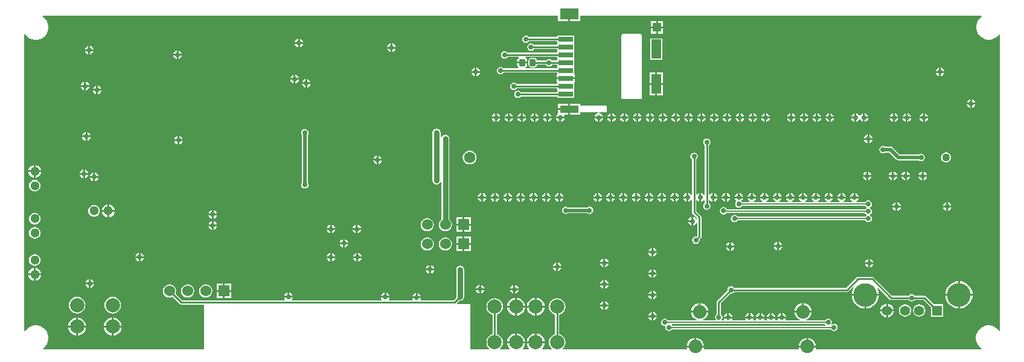
<source format=gbl>
G04*
G04 #@! TF.GenerationSoftware,Altium Limited,Altium Designer,19.0.14 (431)*
G04*
G04 Layer_Physical_Order=2*
G04 Layer_Color=16711680*
%FSLAX25Y25*%
%MOIN*%
G70*
G01*
G75*
G04:AMPARAMS|DCode=20|XSize=35.43mil|YSize=39.37mil|CornerRadius=8.86mil|HoleSize=0mil|Usage=FLASHONLY|Rotation=180.000|XOffset=0mil|YOffset=0mil|HoleType=Round|Shape=RoundedRectangle|*
%AMROUNDEDRECTD20*
21,1,0.03543,0.02165,0,0,180.0*
21,1,0.01772,0.03937,0,0,180.0*
1,1,0.01772,-0.00886,0.01083*
1,1,0.01772,0.00886,0.01083*
1,1,0.01772,0.00886,-0.01083*
1,1,0.01772,-0.00886,-0.01083*
%
%ADD20ROUNDEDRECTD20*%
%ADD66C,0.00630*%
%ADD67C,0.03150*%
%ADD68C,0.00984*%
%ADD69C,0.01968*%
%ADD73C,0.05118*%
%ADD74C,0.07874*%
%ADD75R,0.06000X0.06000*%
%ADD76C,0.06000*%
%ADD77C,0.13055*%
%ADD78R,0.05543X0.05543*%
%ADD79C,0.05543*%
%ADD80C,0.07480*%
%ADD81C,0.06299*%
%ADD82C,0.04331*%
%ADD83C,0.02756*%
%ADD84R,0.05512X0.10630*%
%ADD85R,0.07874X0.02756*%
%ADD86R,0.04724X0.04724*%
%ADD87R,0.10236X0.05906*%
%ADD88R,0.10236X0.03937*%
G36*
X307587Y187728D02*
X313205D01*
Y190551D01*
X534526D01*
X534678Y190051D01*
X534371Y189846D01*
X534326Y189801D01*
X534274Y189766D01*
X533396Y188889D01*
X533361Y188836D01*
X533316Y188791D01*
X532627Y187760D01*
X532603Y187701D01*
X532568Y187648D01*
X532093Y186502D01*
X532080Y186440D01*
X532056Y186382D01*
X531814Y185165D01*
Y185101D01*
X531802Y185039D01*
Y183799D01*
X531814Y183737D01*
Y183673D01*
X532056Y182456D01*
X532080Y182398D01*
X532093Y182336D01*
X532568Y181189D01*
X532603Y181137D01*
X532627Y181078D01*
X533316Y180047D01*
X533361Y180002D01*
X533396Y179949D01*
X534274Y179072D01*
X534326Y179037D01*
X534371Y178992D01*
X535403Y178303D01*
X535461Y178278D01*
X535514Y178243D01*
X536660Y177769D01*
X536722Y177756D01*
X536781Y177732D01*
X537998Y177490D01*
X538061D01*
X538123Y177478D01*
X539364D01*
X539426Y177490D01*
X539489D01*
X540706Y177732D01*
X540764Y177756D01*
X540827Y177769D01*
X541973Y178243D01*
X542026Y178278D01*
X542084Y178303D01*
X543116Y178992D01*
X543160Y179037D01*
X543213Y179072D01*
X544090Y179949D01*
X544126Y180002D01*
X544170Y180047D01*
X544382Y180363D01*
X544882Y180212D01*
Y16565D01*
X544382Y16414D01*
X544010Y16971D01*
X543965Y17016D01*
X543930Y17068D01*
X543052Y17945D01*
X543000Y17981D01*
X542955Y18025D01*
X541923Y18715D01*
X541865Y18739D01*
X541812Y18774D01*
X540666Y19249D01*
X540604Y19261D01*
X540545Y19286D01*
X539328Y19528D01*
X539265D01*
X539203Y19540D01*
X537962D01*
X537900Y19528D01*
X537837D01*
X536620Y19286D01*
X536561Y19261D01*
X536500Y19249D01*
X535353Y18774D01*
X535300Y18739D01*
X535242Y18715D01*
X534210Y18025D01*
X534166Y17981D01*
X534113Y17945D01*
X533236Y17068D01*
X533201Y17016D01*
X533156Y16971D01*
X532466Y15939D01*
X532442Y15881D01*
X532407Y15828D01*
X531932Y14682D01*
X531920Y14620D01*
X531896Y14561D01*
X531653Y13344D01*
Y13281D01*
X531641Y13219D01*
Y11978D01*
X531653Y11916D01*
Y11853D01*
X531896Y10636D01*
X531920Y10577D01*
X531932Y10515D01*
X532407Y9369D01*
X532442Y9316D01*
X532466Y9258D01*
X533156Y8226D01*
X533201Y8181D01*
X533236Y8129D01*
X534113Y7251D01*
X534166Y7216D01*
X534210Y7171D01*
X534767Y6799D01*
X534616Y6299D01*
X443489D01*
X443159Y6799D01*
X443231Y7347D01*
X438516D01*
X433801D01*
X433873Y6799D01*
X433544Y6299D01*
X381677D01*
X381348Y6799D01*
X381420Y7347D01*
X376705D01*
X371990D01*
X372062Y6799D01*
X371733Y6299D01*
X303543D01*
X303382Y6773D01*
X303651Y6979D01*
X304383Y7933D01*
X304843Y9044D01*
X305000Y10236D01*
X304843Y11428D01*
X304383Y12539D01*
X303651Y13493D01*
X302697Y14225D01*
X301586Y14686D01*
X301538Y14692D01*
Y25466D01*
X301586Y25472D01*
X302697Y25932D01*
X303651Y26664D01*
X304383Y27618D01*
X304843Y28729D01*
X305000Y29921D01*
X304843Y31113D01*
X304383Y32224D01*
X303651Y33178D01*
X302697Y33911D01*
X301586Y34371D01*
X300394Y34528D01*
X299201Y34371D01*
X298091Y33911D01*
X297136Y33178D01*
X296405Y32224D01*
X295944Y31113D01*
X295787Y29921D01*
X295944Y28729D01*
X296405Y27618D01*
X297136Y26664D01*
X298091Y25932D01*
X299201Y25472D01*
X299250Y25466D01*
Y14692D01*
X299201Y14686D01*
X298091Y14225D01*
X297136Y13493D01*
X296405Y12539D01*
X295944Y11428D01*
X295787Y10236D01*
X295944Y9044D01*
X296405Y7933D01*
X297136Y6979D01*
X297406Y6773D01*
X297245Y6299D01*
X292307D01*
X292168Y6799D01*
X292895Y7746D01*
X293393Y8947D01*
X293496Y9736D01*
X288583D01*
X283669D01*
X283773Y8947D01*
X284270Y7746D01*
X284997Y6799D01*
X284858Y6299D01*
X281481D01*
X281342Y6799D01*
X282068Y7746D01*
X282566Y8947D01*
X282670Y9736D01*
X277756D01*
X272842D01*
X272946Y8947D01*
X273443Y7746D01*
X274170Y6799D01*
X274031Y6299D01*
X269094D01*
X268933Y6773D01*
X269202Y6979D01*
X269934Y7933D01*
X270394Y9044D01*
X270551Y10236D01*
X270394Y11428D01*
X269934Y12539D01*
X269202Y13493D01*
X268248Y14225D01*
X267137Y14686D01*
X267089Y14692D01*
Y25466D01*
X267137Y25472D01*
X268248Y25932D01*
X269202Y26664D01*
X269934Y27618D01*
X270394Y28729D01*
X270551Y29921D01*
X270394Y31113D01*
X269934Y32224D01*
X269202Y33178D01*
X268248Y33911D01*
X267137Y34371D01*
X265945Y34528D01*
X264753Y34371D01*
X263642Y33911D01*
X262688Y33178D01*
X261956Y32224D01*
X261495Y31113D01*
X261338Y29921D01*
X261495Y28729D01*
X261956Y27618D01*
X262688Y26664D01*
X263642Y25932D01*
X264753Y25472D01*
X264801Y25466D01*
Y14692D01*
X264753Y14686D01*
X263642Y14225D01*
X262688Y13493D01*
X261956Y12539D01*
X261495Y11428D01*
X261338Y10236D01*
X261495Y9044D01*
X261956Y7933D01*
X262688Y6979D01*
X262957Y6773D01*
X262796Y6299D01*
X252611D01*
Y30781D01*
X252562Y31026D01*
X252423Y31235D01*
X252214Y31374D01*
X251969Y31423D01*
X245232D01*
X245024Y31923D01*
X246391Y33290D01*
X246917Y33185D01*
X247777Y33356D01*
X248506Y33844D01*
X248994Y34573D01*
X249165Y35433D01*
Y50269D01*
X248994Y51129D01*
X248506Y51858D01*
X247777Y52346D01*
X246917Y52517D01*
X246057Y52346D01*
X245327Y51858D01*
X244840Y51129D01*
X244669Y50269D01*
Y35433D01*
X244773Y34908D01*
X243293Y33428D01*
X225148D01*
X224912Y33868D01*
X225075Y34111D01*
X225160Y34539D01*
X220510D01*
X220595Y34111D01*
X220757Y33868D01*
X220521Y33428D01*
X207659D01*
X207392Y33928D01*
X207752Y34466D01*
X207837Y34894D01*
X203187D01*
X203272Y34466D01*
X203632Y33928D01*
X203364Y33428D01*
X154155D01*
X153888Y33928D01*
X154248Y34466D01*
X154333Y34894D01*
X149683D01*
X149768Y34466D01*
X150128Y33928D01*
X149860Y33428D01*
X93230D01*
X89709Y36948D01*
X89993Y37635D01*
X90118Y38583D01*
X89993Y39530D01*
X89627Y40413D01*
X89046Y41172D01*
X88287Y41753D01*
X87404Y42119D01*
X86457Y42244D01*
X85509Y42119D01*
X84626Y41753D01*
X83868Y41172D01*
X83286Y40413D01*
X82920Y39530D01*
X82796Y38583D01*
X82920Y37635D01*
X83286Y36752D01*
X83868Y35994D01*
X84626Y35412D01*
X85509Y35046D01*
X86457Y34921D01*
X87404Y35046D01*
X88091Y35331D01*
X91947Y31475D01*
X92318Y31227D01*
X92756Y31139D01*
X105226D01*
X105657Y30781D01*
Y6299D01*
X16565D01*
X16414Y6799D01*
X16971Y7171D01*
X17016Y7216D01*
X17068Y7251D01*
X17945Y8129D01*
X17981Y8181D01*
X18025Y8226D01*
X18715Y9258D01*
X18739Y9316D01*
X18774Y9369D01*
X19249Y10515D01*
X19261Y10577D01*
X19286Y10636D01*
X19528Y11853D01*
Y11916D01*
X19540Y11978D01*
Y13219D01*
X19528Y13281D01*
Y13344D01*
X19286Y14561D01*
X19261Y14620D01*
X19249Y14682D01*
X18774Y15828D01*
X18739Y15881D01*
X18715Y15939D01*
X18025Y16971D01*
X17981Y17016D01*
X17945Y17068D01*
X17068Y17945D01*
X17016Y17981D01*
X16971Y18025D01*
X15939Y18715D01*
X15881Y18739D01*
X15828Y18774D01*
X14682Y19249D01*
X14620Y19261D01*
X14561Y19286D01*
X13344Y19528D01*
X13281D01*
X13219Y19540D01*
X11978D01*
X11916Y19528D01*
X11853D01*
X10636Y19286D01*
X10577Y19261D01*
X10515Y19249D01*
X9369Y18774D01*
X9316Y18739D01*
X9258Y18715D01*
X8226Y18025D01*
X8181Y17981D01*
X8129Y17945D01*
X7251Y17068D01*
X7216Y17016D01*
X7171Y16971D01*
X6799Y16414D01*
X6299Y16565D01*
Y180285D01*
X6799Y180437D01*
X7171Y179880D01*
X7216Y179835D01*
X7251Y179782D01*
X8129Y178905D01*
X8181Y178870D01*
X8226Y178825D01*
X9258Y178136D01*
X9316Y178111D01*
X9369Y178076D01*
X10515Y177602D01*
X10577Y177589D01*
X10636Y177565D01*
X11853Y177323D01*
X11916D01*
X11978Y177311D01*
X13219D01*
X13281Y177323D01*
X13344D01*
X14561Y177565D01*
X14620Y177589D01*
X14682Y177602D01*
X15828Y178076D01*
X15881Y178111D01*
X15939Y178136D01*
X16971Y178825D01*
X17016Y178870D01*
X17068Y178905D01*
X17945Y179782D01*
X17981Y179835D01*
X18025Y179880D01*
X18715Y180911D01*
X18739Y180970D01*
X18774Y181022D01*
X19249Y182169D01*
X19261Y182231D01*
X19286Y182289D01*
X19528Y183506D01*
Y183570D01*
X19540Y183632D01*
Y184872D01*
X19528Y184934D01*
Y184998D01*
X19286Y186215D01*
X19261Y186273D01*
X19249Y186335D01*
X18774Y187481D01*
X18739Y187534D01*
X18715Y187593D01*
X18025Y188624D01*
X17981Y188669D01*
X17945Y188722D01*
X17068Y189599D01*
X17016Y189634D01*
X16971Y189679D01*
X16414Y190051D01*
X16565Y190551D01*
X300969D01*
Y187728D01*
X306587D01*
Y191681D01*
X307587D01*
Y187728D01*
D02*
G37*
%LPC*%
G36*
X358874Y187563D02*
X356012D01*
Y184701D01*
X358874D01*
Y187563D01*
D02*
G37*
G36*
X355012D02*
X352150D01*
Y184701D01*
X355012D01*
Y187563D01*
D02*
G37*
G36*
X358874Y183701D02*
X356012D01*
Y180839D01*
X358874D01*
Y183701D01*
D02*
G37*
G36*
X355012D02*
X352150D01*
Y180839D01*
X355012D01*
Y183701D01*
D02*
G37*
G36*
X158341Y177916D02*
Y176091D01*
X160166D01*
X160081Y176518D01*
X159555Y177305D01*
X158769Y177831D01*
X158341Y177916D01*
D02*
G37*
G36*
X157341D02*
X156913Y177831D01*
X156126Y177305D01*
X155601Y176518D01*
X155516Y176091D01*
X157341D01*
Y177916D01*
D02*
G37*
G36*
X283217Y179752D02*
X282433Y179596D01*
X281769Y179152D01*
X281325Y178488D01*
X281169Y177705D01*
X281325Y176921D01*
X281769Y176257D01*
X282433Y175813D01*
X283217Y175657D01*
X284000Y175813D01*
X284664Y176257D01*
X284867Y176561D01*
X300198D01*
X300551Y176207D01*
X300551Y175382D01*
X300551Y175197D01*
Y174518D01*
X287584D01*
X287381Y174822D01*
X286717Y175265D01*
X285934Y175421D01*
X285150Y175265D01*
X284486Y174822D01*
X284043Y174157D01*
X283887Y173374D01*
X284043Y172591D01*
X284486Y171926D01*
X285150Y171483D01*
X285934Y171327D01*
X286717Y171483D01*
X287381Y171926D01*
X287584Y172230D01*
X300198D01*
X300551Y171876D01*
X300551Y171051D01*
X300551Y170866D01*
Y170187D01*
X273056D01*
X272853Y170491D01*
X272189Y170935D01*
X271406Y171090D01*
X270622Y170935D01*
X269958Y170491D01*
X269514Y169827D01*
X269358Y169043D01*
X269514Y168260D01*
X269958Y167596D01*
X270622Y167152D01*
X271406Y166996D01*
X272189Y167152D01*
X272853Y167596D01*
X273056Y167899D01*
X279058D01*
X279210Y167399D01*
X278844Y167155D01*
X278428Y166531D01*
X278281Y165795D01*
Y165213D01*
X283898D01*
Y165795D01*
X283752Y166531D01*
X283335Y167155D01*
X282969Y167399D01*
X283121Y167899D01*
X300198D01*
X300551Y167546D01*
X300551Y166720D01*
X300551Y166535D01*
Y165857D01*
X297591D01*
X297388Y166160D01*
X296724Y166604D01*
X295940Y166760D01*
X295157Y166604D01*
X294493Y166160D01*
X294290Y165857D01*
X289414D01*
X289309Y166387D01*
X288974Y166888D01*
X288473Y167223D01*
X287881Y167341D01*
X286109D01*
X285518Y167223D01*
X285017Y166888D01*
X284682Y166387D01*
X284564Y165795D01*
Y163630D01*
X284682Y163039D01*
X285017Y162537D01*
X285518Y162202D01*
X286109Y162085D01*
X287881D01*
X288473Y162202D01*
X288974Y162537D01*
X289309Y163039D01*
X289414Y163569D01*
X294290D01*
X294493Y163265D01*
X295157Y162821D01*
X295940Y162665D01*
X296724Y162821D01*
X297388Y163265D01*
X297591Y163569D01*
X300198D01*
X300551Y163215D01*
X300551Y162390D01*
X300551Y162205D01*
Y161526D01*
X283121D01*
X282969Y162026D01*
X283335Y162270D01*
X283752Y162894D01*
X283898Y163630D01*
Y164213D01*
X278281D01*
Y163630D01*
X278428Y162894D01*
X278844Y162270D01*
X279210Y162026D01*
X279059Y161526D01*
X270787D01*
X270584Y161829D01*
X269920Y162273D01*
X269137Y162429D01*
X268353Y162273D01*
X267689Y161829D01*
X267245Y161165D01*
X267090Y160382D01*
X267245Y159599D01*
X267689Y158934D01*
X268353Y158491D01*
X269137Y158335D01*
X269920Y158491D01*
X270584Y158934D01*
X270787Y159238D01*
X300551D01*
Y158429D01*
X300181D01*
Y156551D01*
X310055D01*
Y158429D01*
X309685D01*
Y162205D01*
X309685Y162705D01*
X309685Y162890D01*
Y166535D01*
X309685Y167035D01*
X309685Y167220D01*
Y170866D01*
X309685Y171366D01*
X309685Y171551D01*
Y175197D01*
X309685Y175697D01*
X309685Y175882D01*
Y179713D01*
X300551D01*
Y178849D01*
X284867D01*
X284664Y179152D01*
X284000Y179596D01*
X283217Y179752D01*
D02*
G37*
G36*
X209483Y175290D02*
Y173465D01*
X211308D01*
X211223Y173893D01*
X210698Y174680D01*
X209911Y175205D01*
X209483Y175290D01*
D02*
G37*
G36*
X208483D02*
X208055Y175205D01*
X207269Y174680D01*
X206743Y173893D01*
X206658Y173465D01*
X208483D01*
Y175290D01*
D02*
G37*
G36*
X160166Y175091D02*
X158341D01*
Y173266D01*
X158769Y173351D01*
X159555Y173876D01*
X160081Y174663D01*
X160166Y175091D01*
D02*
G37*
G36*
X157341D02*
X155516D01*
X155601Y174663D01*
X156126Y173876D01*
X156913Y173351D01*
X157341Y173266D01*
Y175091D01*
D02*
G37*
G36*
X42554Y173979D02*
Y172153D01*
X44379D01*
X44294Y172581D01*
X43769Y173368D01*
X42982Y173893D01*
X42554Y173979D01*
D02*
G37*
G36*
X41554D02*
X41126Y173893D01*
X40340Y173368D01*
X39814Y172581D01*
X39729Y172153D01*
X41554D01*
Y173979D01*
D02*
G37*
G36*
X211308Y172465D02*
X209483D01*
Y170640D01*
X209911Y170725D01*
X210698Y171251D01*
X211223Y172037D01*
X211308Y172465D01*
D02*
G37*
G36*
X208483D02*
X206658D01*
X206743Y172037D01*
X207269Y171251D01*
X208055Y170725D01*
X208483Y170640D01*
Y172465D01*
D02*
G37*
G36*
X91400Y171452D02*
Y169627D01*
X93225D01*
X93140Y170054D01*
X92614Y170841D01*
X91827Y171367D01*
X91400Y171452D01*
D02*
G37*
G36*
X90400D02*
X89972Y171367D01*
X89185Y170841D01*
X88660Y170054D01*
X88575Y169627D01*
X90400D01*
Y171452D01*
D02*
G37*
G36*
X44379Y171153D02*
X42554D01*
Y169328D01*
X42982Y169414D01*
X43769Y169939D01*
X44294Y170726D01*
X44379Y171153D01*
D02*
G37*
G36*
X41554D02*
X39729D01*
X39814Y170726D01*
X40340Y169939D01*
X41126Y169414D01*
X41554Y169328D01*
Y171153D01*
D02*
G37*
G36*
X93225Y168627D02*
X91400D01*
Y166802D01*
X91827Y166887D01*
X92614Y167412D01*
X93140Y168199D01*
X93225Y168627D01*
D02*
G37*
G36*
X90400D02*
X88575D01*
X88660Y168199D01*
X89185Y167412D01*
X89972Y166887D01*
X90400Y166802D01*
Y168627D01*
D02*
G37*
G36*
X358504Y178138D02*
X351732D01*
Y166248D01*
X358504D01*
Y178138D01*
D02*
G37*
G36*
X512245Y161944D02*
Y160119D01*
X514070D01*
X513985Y160547D01*
X513459Y161334D01*
X512673Y161859D01*
X512245Y161944D01*
D02*
G37*
G36*
X511245D02*
X510817Y161859D01*
X510030Y161334D01*
X509505Y160547D01*
X509420Y160119D01*
X511245D01*
Y161944D01*
D02*
G37*
G36*
X255945D02*
Y160119D01*
X257770D01*
X257685Y160547D01*
X257160Y161334D01*
X256373Y161859D01*
X255945Y161944D01*
D02*
G37*
G36*
X254945D02*
X254518Y161859D01*
X253731Y161334D01*
X253205Y160547D01*
X253120Y160119D01*
X254945D01*
Y161944D01*
D02*
G37*
G36*
X514070Y159119D02*
X512245D01*
Y157294D01*
X512673Y157379D01*
X513459Y157905D01*
X513985Y158691D01*
X514070Y159119D01*
D02*
G37*
G36*
X511245D02*
X509420D01*
X509505Y158691D01*
X510030Y157905D01*
X510817Y157379D01*
X511245Y157294D01*
Y159119D01*
D02*
G37*
G36*
X257770D02*
X255945D01*
Y157294D01*
X256373Y157379D01*
X257160Y157905D01*
X257685Y158691D01*
X257770Y159119D01*
D02*
G37*
G36*
X254945D02*
X253120D01*
X253205Y158691D01*
X253731Y157905D01*
X254518Y157379D01*
X254945Y157294D01*
Y159119D01*
D02*
G37*
G36*
X155940Y158066D02*
Y156241D01*
X157765D01*
X157680Y156669D01*
X157154Y157455D01*
X156368Y157981D01*
X155940Y158066D01*
D02*
G37*
G36*
X154940D02*
X154512Y157981D01*
X153726Y157455D01*
X153200Y156669D01*
X153115Y156241D01*
X154940D01*
Y158066D01*
D02*
G37*
G36*
X162436Y155704D02*
Y153878D01*
X164261D01*
X164176Y154306D01*
X163651Y155093D01*
X162864Y155619D01*
X162436Y155704D01*
D02*
G37*
G36*
X161436D02*
X161008Y155619D01*
X160222Y155093D01*
X159696Y154306D01*
X159611Y153878D01*
X161436D01*
Y155704D01*
D02*
G37*
G36*
X157765Y155241D02*
X155940D01*
Y153416D01*
X156368Y153501D01*
X157154Y154026D01*
X157680Y154813D01*
X157765Y155241D01*
D02*
G37*
G36*
X154940D02*
X153115D01*
X153200Y154813D01*
X153726Y154026D01*
X154512Y153501D01*
X154940Y153416D01*
Y155241D01*
D02*
G37*
G36*
X358874Y159216D02*
X355618D01*
Y153402D01*
X358874D01*
Y159216D01*
D02*
G37*
G36*
X354618D02*
X351362D01*
Y153402D01*
X354618D01*
Y159216D01*
D02*
G37*
G36*
X310055Y155551D02*
X300181D01*
Y153673D01*
X300551D01*
Y152865D01*
X278112D01*
X277909Y153168D01*
X277245Y153612D01*
X276461Y153768D01*
X275678Y153612D01*
X275014Y153168D01*
X274570Y152504D01*
X274414Y151720D01*
X274570Y150937D01*
X275014Y150273D01*
X275678Y149829D01*
X276461Y149673D01*
X277245Y149829D01*
X277909Y150273D01*
X278112Y150576D01*
X300198D01*
X300551Y150223D01*
X300551Y149398D01*
X300551Y149213D01*
Y148388D01*
X280391D01*
X280188Y148692D01*
X279524Y149135D01*
X278740Y149291D01*
X277957Y149135D01*
X277293Y148692D01*
X276849Y148028D01*
X276693Y147244D01*
X276849Y146461D01*
X277293Y145797D01*
X277957Y145353D01*
X278740Y145197D01*
X279524Y145353D01*
X280188Y145797D01*
X280391Y146100D01*
X300551D01*
Y145382D01*
X309685D01*
Y149213D01*
X309685Y149713D01*
X309685Y149898D01*
Y153673D01*
X310055D01*
Y155551D01*
D02*
G37*
G36*
X40317Y154129D02*
Y152304D01*
X42142D01*
X42057Y152732D01*
X41531Y153518D01*
X40745Y154044D01*
X40317Y154129D01*
D02*
G37*
G36*
X39317D02*
X38889Y154044D01*
X38103Y153518D01*
X37577Y152732D01*
X37492Y152304D01*
X39317D01*
Y154129D01*
D02*
G37*
G36*
X164261Y152878D02*
X162436D01*
Y151053D01*
X162864Y151139D01*
X163651Y151664D01*
X164176Y152451D01*
X164261Y152878D01*
D02*
G37*
G36*
X161436D02*
X159611D01*
X159696Y152451D01*
X160222Y151664D01*
X161008Y151139D01*
X161436Y151053D01*
Y152878D01*
D02*
G37*
G36*
X46911Y152062D02*
Y150237D01*
X48737D01*
X48651Y150665D01*
X48126Y151451D01*
X47339Y151977D01*
X46911Y152062D01*
D02*
G37*
G36*
X45911D02*
X45484Y151977D01*
X44697Y151451D01*
X44172Y150665D01*
X44086Y150237D01*
X45911D01*
Y152062D01*
D02*
G37*
G36*
X42142Y151304D02*
X40317D01*
Y149479D01*
X40745Y149564D01*
X41531Y150089D01*
X42057Y150876D01*
X42142Y151304D01*
D02*
G37*
G36*
X39317D02*
X37492D01*
X37577Y150876D01*
X38103Y150089D01*
X38889Y149564D01*
X39317Y149479D01*
Y151304D01*
D02*
G37*
G36*
X48737Y149237D02*
X46911D01*
Y147412D01*
X47339Y147497D01*
X48126Y148022D01*
X48651Y148809D01*
X48737Y149237D01*
D02*
G37*
G36*
X45911D02*
X44086D01*
X44172Y148809D01*
X44697Y148022D01*
X45484Y147497D01*
X45911Y147412D01*
Y149237D01*
D02*
G37*
G36*
X358874Y152402D02*
X355618D01*
Y146587D01*
X358874D01*
Y152402D01*
D02*
G37*
G36*
X354618D02*
X351362D01*
Y146587D01*
X354618D01*
Y152402D01*
D02*
G37*
G36*
X346457Y180512D02*
X336614D01*
X336368Y180463D01*
X336160Y180324D01*
X336021Y180116D01*
X335972Y179870D01*
Y145224D01*
X336021Y144979D01*
X336160Y144770D01*
X336368Y144631D01*
X336614Y144582D01*
X346457D01*
X346703Y144631D01*
X346911Y144770D01*
X347050Y144979D01*
X347099Y145224D01*
Y179870D01*
X347050Y180116D01*
X346911Y180324D01*
X346703Y180463D01*
X346457Y180512D01*
D02*
G37*
G36*
X529469Y144451D02*
Y142626D01*
X531294D01*
X531209Y143054D01*
X530684Y143840D01*
X529897Y144366D01*
X529469Y144451D01*
D02*
G37*
G36*
X528469D02*
X528041Y144366D01*
X527255Y143840D01*
X526729Y143054D01*
X526644Y142626D01*
X528469D01*
Y144451D01*
D02*
G37*
G36*
X531294Y141626D02*
X529469D01*
Y139801D01*
X529897Y139886D01*
X530684Y140412D01*
X531209Y141198D01*
X531294Y141626D01*
D02*
G37*
G36*
X528469D02*
X526644D01*
X526729Y141198D01*
X527255Y140412D01*
X528041Y139886D01*
X528469Y139801D01*
Y141626D01*
D02*
G37*
G36*
X306587Y142090D02*
X300969D01*
Y139622D01*
X306587D01*
Y142090D01*
D02*
G37*
G36*
X469315Y136747D02*
X468888Y136662D01*
X468101Y136137D01*
X467750Y135611D01*
X467157D01*
X466806Y136137D01*
X466019Y136662D01*
X465591Y136747D01*
Y134422D01*
Y132097D01*
X466019Y132182D01*
X466806Y132708D01*
X467157Y133233D01*
X467750D01*
X468101Y132708D01*
X468888Y132182D01*
X469315Y132097D01*
Y134422D01*
Y136747D01*
D02*
G37*
G36*
X503386D02*
Y134922D01*
X505211D01*
X505126Y135350D01*
X504601Y136137D01*
X503814Y136662D01*
X503386Y136747D01*
D02*
G37*
G36*
X502386D02*
X501959Y136662D01*
X501172Y136137D01*
X500646Y135350D01*
X500561Y134922D01*
X502386D01*
Y136747D01*
D02*
G37*
G36*
X493938D02*
Y134922D01*
X495763D01*
X495678Y135350D01*
X495152Y136137D01*
X494365Y136662D01*
X493938Y136747D01*
D02*
G37*
G36*
X492938D02*
X492510Y136662D01*
X491723Y136137D01*
X491198Y135350D01*
X491113Y134922D01*
X492938D01*
Y136747D01*
D02*
G37*
G36*
X486851D02*
Y134922D01*
X488676D01*
X488591Y135350D01*
X488065Y136137D01*
X487279Y136662D01*
X486851Y136747D01*
D02*
G37*
G36*
X485851D02*
X485423Y136662D01*
X484637Y136137D01*
X484111Y135350D01*
X484026Y134922D01*
X485851D01*
Y136747D01*
D02*
G37*
G36*
X470316D02*
Y134922D01*
X472141D01*
X472055Y135350D01*
X471530Y136137D01*
X470743Y136662D01*
X470316Y136747D01*
D02*
G37*
G36*
X464591D02*
X464163Y136662D01*
X463377Y136137D01*
X462851Y135350D01*
X462766Y134922D01*
X464591D01*
Y136747D01*
D02*
G37*
G36*
X451418D02*
Y134922D01*
X453243D01*
X453158Y135350D01*
X452632Y136137D01*
X451846Y136662D01*
X451418Y136747D01*
D02*
G37*
G36*
X450418D02*
X449990Y136662D01*
X449203Y136137D01*
X448678Y135350D01*
X448593Y134922D01*
X450418D01*
Y136747D01*
D02*
G37*
G36*
X444331D02*
Y134922D01*
X446156D01*
X446071Y135350D01*
X445546Y136137D01*
X444759Y136662D01*
X444331Y136747D01*
D02*
G37*
G36*
X443331D02*
X442904Y136662D01*
X442117Y136137D01*
X441591Y135350D01*
X441506Y134922D01*
X443331D01*
Y136747D01*
D02*
G37*
G36*
X437245D02*
Y134922D01*
X439070D01*
X438985Y135350D01*
X438459Y136137D01*
X437673Y136662D01*
X437245Y136747D01*
D02*
G37*
G36*
X436245D02*
X435817Y136662D01*
X435030Y136137D01*
X434505Y135350D01*
X434420Y134922D01*
X436245D01*
Y136747D01*
D02*
G37*
G36*
X430158D02*
Y134922D01*
X431983D01*
X431898Y135350D01*
X431372Y136137D01*
X430586Y136662D01*
X430158Y136747D01*
D02*
G37*
G36*
X429158D02*
X428730Y136662D01*
X427944Y136137D01*
X427418Y135350D01*
X427333Y134922D01*
X429158D01*
Y136747D01*
D02*
G37*
G36*
X415985D02*
Y134922D01*
X417810D01*
X417725Y135350D01*
X417199Y136137D01*
X416413Y136662D01*
X415985Y136747D01*
D02*
G37*
G36*
X414985D02*
X414557Y136662D01*
X413770Y136137D01*
X413245Y135350D01*
X413160Y134922D01*
X414985D01*
Y136747D01*
D02*
G37*
G36*
X408898D02*
Y134922D01*
X410723D01*
X410638Y135350D01*
X410113Y136137D01*
X409326Y136662D01*
X408898Y136747D01*
D02*
G37*
G36*
X407898D02*
X407470Y136662D01*
X406684Y136137D01*
X406158Y135350D01*
X406073Y134922D01*
X407898D01*
Y136747D01*
D02*
G37*
G36*
X401812D02*
Y134922D01*
X403637D01*
X403552Y135350D01*
X403026Y136137D01*
X402239Y136662D01*
X401812Y136747D01*
D02*
G37*
G36*
X400812D02*
X400384Y136662D01*
X399597Y136137D01*
X399072Y135350D01*
X398987Y134922D01*
X400812D01*
Y136747D01*
D02*
G37*
G36*
X394725D02*
Y134922D01*
X396550D01*
X396465Y135350D01*
X395939Y136137D01*
X395153Y136662D01*
X394725Y136747D01*
D02*
G37*
G36*
X393725D02*
X393297Y136662D01*
X392511Y136137D01*
X391985Y135350D01*
X391900Y134922D01*
X393725D01*
Y136747D01*
D02*
G37*
G36*
X387638D02*
Y134922D01*
X389463D01*
X389378Y135350D01*
X388853Y136137D01*
X388066Y136662D01*
X387638Y136747D01*
D02*
G37*
G36*
X386638D02*
X386211Y136662D01*
X385424Y136137D01*
X384898Y135350D01*
X384813Y134922D01*
X386638D01*
Y136747D01*
D02*
G37*
G36*
X380552D02*
Y134922D01*
X382377D01*
X382292Y135350D01*
X381766Y136137D01*
X380980Y136662D01*
X380552Y136747D01*
D02*
G37*
G36*
X379552D02*
X379124Y136662D01*
X378337Y136137D01*
X377812Y135350D01*
X377727Y134922D01*
X379552D01*
Y136747D01*
D02*
G37*
G36*
X373465D02*
Y134922D01*
X375290D01*
X375205Y135350D01*
X374680Y136137D01*
X373893Y136662D01*
X373465Y136747D01*
D02*
G37*
G36*
X372465D02*
X372037Y136662D01*
X371251Y136137D01*
X370725Y135350D01*
X370640Y134922D01*
X372465D01*
Y136747D01*
D02*
G37*
G36*
X366378D02*
Y134922D01*
X368204D01*
X368119Y135350D01*
X367593Y136137D01*
X366806Y136662D01*
X366378Y136747D01*
D02*
G37*
G36*
X365378D02*
X364951Y136662D01*
X364164Y136137D01*
X363638Y135350D01*
X363554Y134922D01*
X365378D01*
Y136747D01*
D02*
G37*
G36*
X359292D02*
Y134922D01*
X361117D01*
X361032Y135350D01*
X360506Y136137D01*
X359720Y136662D01*
X359292Y136747D01*
D02*
G37*
G36*
X358292D02*
X357864Y136662D01*
X357078Y136137D01*
X356552Y135350D01*
X356467Y134922D01*
X358292D01*
Y136747D01*
D02*
G37*
G36*
X352205D02*
Y134922D01*
X354030D01*
X353945Y135350D01*
X353420Y136137D01*
X352633Y136662D01*
X352205Y136747D01*
D02*
G37*
G36*
X351205D02*
X350778Y136662D01*
X349991Y136137D01*
X349465Y135350D01*
X349380Y134922D01*
X351205D01*
Y136747D01*
D02*
G37*
G36*
X345119D02*
Y134922D01*
X346944D01*
X346859Y135350D01*
X346333Y136137D01*
X345547Y136662D01*
X345119Y136747D01*
D02*
G37*
G36*
X344119D02*
X343691Y136662D01*
X342904Y136137D01*
X342379Y135350D01*
X342294Y134922D01*
X344119D01*
Y136747D01*
D02*
G37*
G36*
X338032D02*
Y134922D01*
X339857D01*
X339772Y135350D01*
X339247Y136137D01*
X338460Y136662D01*
X338032Y136747D01*
D02*
G37*
G36*
X337032D02*
X336604Y136662D01*
X335818Y136137D01*
X335292Y135350D01*
X335207Y134922D01*
X337032D01*
Y136747D01*
D02*
G37*
G36*
X330945D02*
Y134922D01*
X332770D01*
X332685Y135350D01*
X332160Y136137D01*
X331373Y136662D01*
X330945Y136747D01*
D02*
G37*
G36*
X329945D02*
X329518Y136662D01*
X328731Y136137D01*
X328205Y135350D01*
X328120Y134922D01*
X329945D01*
Y136747D01*
D02*
G37*
G36*
X313205Y142090D02*
X307587D01*
Y139122D01*
Y136153D01*
X313205D01*
Y137299D01*
X322874D01*
X323108Y136896D01*
X323117Y136802D01*
X322656Y136707D01*
X322431Y136662D01*
X321644Y136137D01*
X321119Y135350D01*
X321034Y134922D01*
X325684D01*
X325599Y135350D01*
X325073Y136137D01*
X324287Y136662D01*
X324062Y136707D01*
X323601Y136802D01*
X323610Y136896D01*
X323844Y137299D01*
X327165D01*
X327411Y137348D01*
X327620Y137487D01*
X327759Y137695D01*
X327808Y137941D01*
Y140303D01*
X327759Y140549D01*
X327620Y140757D01*
X327411Y140896D01*
X327165Y140945D01*
X313205D01*
Y142090D01*
D02*
G37*
G36*
X306587Y138622D02*
X300969D01*
Y136527D01*
X300385Y136137D01*
X299859Y135350D01*
X299774Y134922D01*
X304424D01*
X304339Y135350D01*
X304136Y135653D01*
X304403Y136153D01*
X306587D01*
Y138622D01*
D02*
G37*
G36*
X295512Y136747D02*
Y134922D01*
X297338D01*
X297252Y135350D01*
X296727Y136137D01*
X295940Y136662D01*
X295512Y136747D01*
D02*
G37*
G36*
X294512D02*
X294085Y136662D01*
X293298Y136137D01*
X292772Y135350D01*
X292687Y134922D01*
X294512D01*
Y136747D01*
D02*
G37*
G36*
X288426D02*
Y134922D01*
X290251D01*
X290166Y135350D01*
X289640Y136137D01*
X288854Y136662D01*
X288426Y136747D01*
D02*
G37*
G36*
X287426D02*
X286998Y136662D01*
X286211Y136137D01*
X285686Y135350D01*
X285601Y134922D01*
X287426D01*
Y136747D01*
D02*
G37*
G36*
X281339D02*
Y134922D01*
X283164D01*
X283079Y135350D01*
X282554Y136137D01*
X281767Y136662D01*
X281339Y136747D01*
D02*
G37*
G36*
X280339D02*
X279911Y136662D01*
X279125Y136137D01*
X278599Y135350D01*
X278514Y134922D01*
X280339D01*
Y136747D01*
D02*
G37*
G36*
X274253D02*
Y134922D01*
X276078D01*
X275992Y135350D01*
X275467Y136137D01*
X274680Y136662D01*
X274253Y136747D01*
D02*
G37*
G36*
X273253D02*
X272825Y136662D01*
X272038Y136137D01*
X271513Y135350D01*
X271427Y134922D01*
X273253D01*
Y136747D01*
D02*
G37*
G36*
X267166D02*
Y134922D01*
X268991D01*
X268906Y135350D01*
X268380Y136137D01*
X267594Y136662D01*
X267166Y136747D01*
D02*
G37*
G36*
X266166D02*
X265738Y136662D01*
X264951Y136137D01*
X264426Y135350D01*
X264341Y134922D01*
X266166D01*
Y136747D01*
D02*
G37*
G36*
X505211Y133922D02*
X503386D01*
Y132097D01*
X503814Y132182D01*
X504601Y132708D01*
X505126Y133494D01*
X505211Y133922D01*
D02*
G37*
G36*
X502386D02*
X500561D01*
X500646Y133494D01*
X501172Y132708D01*
X501959Y132182D01*
X502386Y132097D01*
Y133922D01*
D02*
G37*
G36*
X495763D02*
X493938D01*
Y132097D01*
X494365Y132182D01*
X495152Y132708D01*
X495678Y133494D01*
X495763Y133922D01*
D02*
G37*
G36*
X492938D02*
X491113D01*
X491198Y133494D01*
X491723Y132708D01*
X492510Y132182D01*
X492938Y132097D01*
Y133922D01*
D02*
G37*
G36*
X488676D02*
X486851D01*
Y132097D01*
X487279Y132182D01*
X488065Y132708D01*
X488591Y133494D01*
X488676Y133922D01*
D02*
G37*
G36*
X485851D02*
X484026D01*
X484111Y133494D01*
X484637Y132708D01*
X485423Y132182D01*
X485851Y132097D01*
Y133922D01*
D02*
G37*
G36*
X472141D02*
X470316D01*
Y132097D01*
X470743Y132182D01*
X471530Y132708D01*
X472055Y133494D01*
X472141Y133922D01*
D02*
G37*
G36*
X464591D02*
X462766D01*
X462851Y133494D01*
X463377Y132708D01*
X464163Y132182D01*
X464591Y132097D01*
Y133922D01*
D02*
G37*
G36*
X453243D02*
X451418D01*
Y132097D01*
X451846Y132182D01*
X452632Y132708D01*
X453158Y133494D01*
X453243Y133922D01*
D02*
G37*
G36*
X450418D02*
X448593D01*
X448678Y133494D01*
X449203Y132708D01*
X449990Y132182D01*
X450418Y132097D01*
Y133922D01*
D02*
G37*
G36*
X446156D02*
X444331D01*
Y132097D01*
X444759Y132182D01*
X445546Y132708D01*
X446071Y133494D01*
X446156Y133922D01*
D02*
G37*
G36*
X443331D02*
X441506D01*
X441591Y133494D01*
X442117Y132708D01*
X442904Y132182D01*
X443331Y132097D01*
Y133922D01*
D02*
G37*
G36*
X439070D02*
X437245D01*
Y132097D01*
X437673Y132182D01*
X438459Y132708D01*
X438985Y133494D01*
X439070Y133922D01*
D02*
G37*
G36*
X436245D02*
X434420D01*
X434505Y133494D01*
X435030Y132708D01*
X435817Y132182D01*
X436245Y132097D01*
Y133922D01*
D02*
G37*
G36*
X431983D02*
X430158D01*
Y132097D01*
X430586Y132182D01*
X431372Y132708D01*
X431898Y133494D01*
X431983Y133922D01*
D02*
G37*
G36*
X429158D02*
X427333D01*
X427418Y133494D01*
X427944Y132708D01*
X428730Y132182D01*
X429158Y132097D01*
Y133922D01*
D02*
G37*
G36*
X417810D02*
X415985D01*
Y132097D01*
X416413Y132182D01*
X417199Y132708D01*
X417725Y133494D01*
X417810Y133922D01*
D02*
G37*
G36*
X414985D02*
X413160D01*
X413245Y133494D01*
X413770Y132708D01*
X414557Y132182D01*
X414985Y132097D01*
Y133922D01*
D02*
G37*
G36*
X410723D02*
X408898D01*
Y132097D01*
X409326Y132182D01*
X410113Y132708D01*
X410638Y133494D01*
X410723Y133922D01*
D02*
G37*
G36*
X407898D02*
X406073D01*
X406158Y133494D01*
X406684Y132708D01*
X407470Y132182D01*
X407898Y132097D01*
Y133922D01*
D02*
G37*
G36*
X403637D02*
X401812D01*
Y132097D01*
X402239Y132182D01*
X403026Y132708D01*
X403552Y133494D01*
X403637Y133922D01*
D02*
G37*
G36*
X400812D02*
X398987D01*
X399072Y133494D01*
X399597Y132708D01*
X400384Y132182D01*
X400812Y132097D01*
Y133922D01*
D02*
G37*
G36*
X396550D02*
X394725D01*
Y132097D01*
X395153Y132182D01*
X395939Y132708D01*
X396465Y133494D01*
X396550Y133922D01*
D02*
G37*
G36*
X393725D02*
X391900D01*
X391985Y133494D01*
X392511Y132708D01*
X393297Y132182D01*
X393725Y132097D01*
Y133922D01*
D02*
G37*
G36*
X389463D02*
X387638D01*
Y132097D01*
X388066Y132182D01*
X388853Y132708D01*
X389378Y133494D01*
X389463Y133922D01*
D02*
G37*
G36*
X386638D02*
X384813D01*
X384898Y133494D01*
X385424Y132708D01*
X386211Y132182D01*
X386638Y132097D01*
Y133922D01*
D02*
G37*
G36*
X382377D02*
X380552D01*
Y132097D01*
X380980Y132182D01*
X381766Y132708D01*
X382292Y133494D01*
X382377Y133922D01*
D02*
G37*
G36*
X379552D02*
X377727D01*
X377812Y133494D01*
X378337Y132708D01*
X379124Y132182D01*
X379552Y132097D01*
Y133922D01*
D02*
G37*
G36*
X375290D02*
X373465D01*
Y132097D01*
X373893Y132182D01*
X374680Y132708D01*
X375205Y133494D01*
X375290Y133922D01*
D02*
G37*
G36*
X372465D02*
X370640D01*
X370725Y133494D01*
X371251Y132708D01*
X372037Y132182D01*
X372465Y132097D01*
Y133922D01*
D02*
G37*
G36*
X368204D02*
X366378D01*
Y132097D01*
X366806Y132182D01*
X367593Y132708D01*
X368119Y133494D01*
X368204Y133922D01*
D02*
G37*
G36*
X365378D02*
X363554D01*
X363638Y133494D01*
X364164Y132708D01*
X364951Y132182D01*
X365378Y132097D01*
Y133922D01*
D02*
G37*
G36*
X361117D02*
X359292D01*
Y132097D01*
X359720Y132182D01*
X360506Y132708D01*
X361032Y133494D01*
X361117Y133922D01*
D02*
G37*
G36*
X358292D02*
X356467D01*
X356552Y133494D01*
X357078Y132708D01*
X357864Y132182D01*
X358292Y132097D01*
Y133922D01*
D02*
G37*
G36*
X354030D02*
X352205D01*
Y132097D01*
X352633Y132182D01*
X353420Y132708D01*
X353945Y133494D01*
X354030Y133922D01*
D02*
G37*
G36*
X351205D02*
X349380D01*
X349465Y133494D01*
X349991Y132708D01*
X350778Y132182D01*
X351205Y132097D01*
Y133922D01*
D02*
G37*
G36*
X346944D02*
X345119D01*
Y132097D01*
X345547Y132182D01*
X346333Y132708D01*
X346859Y133494D01*
X346944Y133922D01*
D02*
G37*
G36*
X344119D02*
X342294D01*
X342379Y133494D01*
X342904Y132708D01*
X343691Y132182D01*
X344119Y132097D01*
Y133922D01*
D02*
G37*
G36*
X339857D02*
X338032D01*
Y132097D01*
X338460Y132182D01*
X339247Y132708D01*
X339772Y133494D01*
X339857Y133922D01*
D02*
G37*
G36*
X337032D02*
X335207D01*
X335292Y133494D01*
X335818Y132708D01*
X336604Y132182D01*
X337032Y132097D01*
Y133922D01*
D02*
G37*
G36*
X332770D02*
X330945D01*
Y132097D01*
X331373Y132182D01*
X332160Y132708D01*
X332685Y133494D01*
X332770Y133922D01*
D02*
G37*
G36*
X329945D02*
X328120D01*
X328205Y133494D01*
X328731Y132708D01*
X329518Y132182D01*
X329945Y132097D01*
Y133922D01*
D02*
G37*
G36*
X325684D02*
X323859D01*
Y132097D01*
X324287Y132182D01*
X325073Y132708D01*
X325599Y133494D01*
X325684Y133922D01*
D02*
G37*
G36*
X322859D02*
X321034D01*
X321119Y133494D01*
X321644Y132708D01*
X322431Y132182D01*
X322859Y132097D01*
Y133922D01*
D02*
G37*
G36*
X304424D02*
X302599D01*
Y132097D01*
X303027Y132182D01*
X303813Y132708D01*
X304339Y133494D01*
X304424Y133922D01*
D02*
G37*
G36*
X301599D02*
X299774D01*
X299859Y133494D01*
X300385Y132708D01*
X301171Y132182D01*
X301599Y132097D01*
Y133922D01*
D02*
G37*
G36*
X297338D02*
X295512D01*
Y132097D01*
X295940Y132182D01*
X296727Y132708D01*
X297252Y133494D01*
X297338Y133922D01*
D02*
G37*
G36*
X294512D02*
X292687D01*
X292772Y133494D01*
X293298Y132708D01*
X294085Y132182D01*
X294512Y132097D01*
Y133922D01*
D02*
G37*
G36*
X290251D02*
X288426D01*
Y132097D01*
X288854Y132182D01*
X289640Y132708D01*
X290166Y133494D01*
X290251Y133922D01*
D02*
G37*
G36*
X287426D02*
X285601D01*
X285686Y133494D01*
X286211Y132708D01*
X286998Y132182D01*
X287426Y132097D01*
Y133922D01*
D02*
G37*
G36*
X283164D02*
X281339D01*
Y132097D01*
X281767Y132182D01*
X282554Y132708D01*
X283079Y133494D01*
X283164Y133922D01*
D02*
G37*
G36*
X280339D02*
X278514D01*
X278599Y133494D01*
X279125Y132708D01*
X279911Y132182D01*
X280339Y132097D01*
Y133922D01*
D02*
G37*
G36*
X276078D02*
X274253D01*
Y132097D01*
X274680Y132182D01*
X275467Y132708D01*
X275992Y133494D01*
X276078Y133922D01*
D02*
G37*
G36*
X273253D02*
X271427D01*
X271513Y133494D01*
X272038Y132708D01*
X272825Y132182D01*
X273253Y132097D01*
Y133922D01*
D02*
G37*
G36*
X268991D02*
X267166D01*
Y132097D01*
X267594Y132182D01*
X268380Y132708D01*
X268906Y133494D01*
X268991Y133922D01*
D02*
G37*
G36*
X266166D02*
X264341D01*
X264426Y133494D01*
X264951Y132708D01*
X265738Y132182D01*
X266166Y132097D01*
Y133922D01*
D02*
G37*
G36*
X41051Y126341D02*
Y124516D01*
X42876D01*
X42791Y124944D01*
X42266Y125730D01*
X41479Y126256D01*
X41051Y126341D01*
D02*
G37*
G36*
X40051D02*
X39623Y126256D01*
X38837Y125730D01*
X38311Y124944D01*
X38226Y124516D01*
X40051D01*
Y126341D01*
D02*
G37*
G36*
X472678Y124936D02*
Y123111D01*
X474503D01*
X474418Y123539D01*
X473892Y124326D01*
X473106Y124851D01*
X472678Y124936D01*
D02*
G37*
G36*
X471678D02*
X471250Y124851D01*
X470463Y124326D01*
X469938Y123539D01*
X469853Y123111D01*
X471678D01*
Y124936D01*
D02*
G37*
G36*
X91865Y124208D02*
Y122382D01*
X93690D01*
X93605Y122810D01*
X93080Y123597D01*
X92293Y124123D01*
X91865Y124208D01*
D02*
G37*
G36*
X90865D02*
X90437Y124123D01*
X89651Y123597D01*
X89125Y122810D01*
X89040Y122382D01*
X90865D01*
Y124208D01*
D02*
G37*
G36*
X42876Y123516D02*
X41051D01*
Y121691D01*
X41479Y121776D01*
X42266Y122301D01*
X42791Y123088D01*
X42876Y123516D01*
D02*
G37*
G36*
X40051D02*
X38226D01*
X38311Y123088D01*
X38837Y122301D01*
X39623Y121776D01*
X40051Y121691D01*
Y123516D01*
D02*
G37*
G36*
X474503Y122111D02*
X472678D01*
Y120286D01*
X473106Y120371D01*
X473892Y120897D01*
X474418Y121683D01*
X474503Y122111D01*
D02*
G37*
G36*
X471678D02*
X469853D01*
X469938Y121683D01*
X470463Y120897D01*
X471250Y120371D01*
X471678Y120286D01*
Y122111D01*
D02*
G37*
G36*
X93690Y121382D02*
X91865D01*
Y119557D01*
X92293Y119642D01*
X93080Y120168D01*
X93605Y120955D01*
X93690Y121382D01*
D02*
G37*
G36*
X90865D02*
X89040D01*
X89125Y120955D01*
X89651Y120168D01*
X90437Y119642D01*
X90865Y119557D01*
Y121382D01*
D02*
G37*
G36*
X201760Y113368D02*
Y111543D01*
X203585D01*
X203500Y111971D01*
X202974Y112758D01*
X202188Y113283D01*
X201760Y113368D01*
D02*
G37*
G36*
X200760D02*
X200332Y113283D01*
X199545Y112758D01*
X199020Y111971D01*
X198935Y111543D01*
X200760D01*
Y113368D01*
D02*
G37*
G36*
X480315Y118703D02*
X479531Y118547D01*
X478867Y118103D01*
X478424Y117439D01*
X478268Y116656D01*
X478424Y115872D01*
X478867Y115208D01*
X479531Y114764D01*
X480315Y114609D01*
X481098Y114764D01*
X481466Y115010D01*
X483851D01*
X487650Y111211D01*
X488184Y110854D01*
X488814Y110729D01*
X500233D01*
X500601Y110484D01*
X501384Y110328D01*
X502168Y110484D01*
X502832Y110927D01*
X503276Y111591D01*
X503432Y112375D01*
X503276Y113158D01*
X502832Y113823D01*
X502168Y114266D01*
X501384Y114422D01*
X500601Y114266D01*
X500233Y114021D01*
X489496D01*
X485697Y117820D01*
X485163Y118176D01*
X484533Y118302D01*
X481466D01*
X481098Y118547D01*
X480315Y118703D01*
D02*
G37*
G36*
X515091Y115194D02*
X514361Y115098D01*
X513681Y114817D01*
X513097Y114369D01*
X512649Y113785D01*
X512368Y113105D01*
X512272Y112375D01*
X512368Y111645D01*
X512649Y110965D01*
X513097Y110381D01*
X513681Y109933D01*
X514361Y109652D01*
X515091Y109556D01*
X515821Y109652D01*
X516501Y109933D01*
X517085Y110381D01*
X517533Y110965D01*
X517814Y111645D01*
X517910Y112375D01*
X517814Y113105D01*
X517533Y113785D01*
X517085Y114369D01*
X516501Y114817D01*
X515821Y115098D01*
X515091Y115194D01*
D02*
G37*
G36*
X203585Y110543D02*
X201760D01*
Y108718D01*
X202188Y108803D01*
X202974Y109329D01*
X203500Y110116D01*
X203585Y110543D01*
D02*
G37*
G36*
X200760D02*
X198935D01*
X199020Y110116D01*
X199545Y109329D01*
X200332Y108803D01*
X200760Y108718D01*
Y110543D01*
D02*
G37*
G36*
X252099Y116187D02*
X251112Y116057D01*
X250193Y115676D01*
X249403Y115071D01*
X248798Y114281D01*
X248417Y113362D01*
X248287Y112375D01*
X248417Y111388D01*
X248798Y110469D01*
X249403Y109679D01*
X250193Y109074D01*
X251112Y108693D01*
X252099Y108563D01*
X253086Y108693D01*
X254005Y109074D01*
X254795Y109679D01*
X255400Y110469D01*
X255781Y111388D01*
X255911Y112375D01*
X255781Y113362D01*
X255400Y114281D01*
X254795Y115071D01*
X254005Y115676D01*
X253086Y116057D01*
X252099Y116187D01*
D02*
G37*
G36*
X12540Y108222D02*
Y105198D01*
X15564D01*
X15507Y105627D01*
X15149Y106493D01*
X14578Y107236D01*
X13835Y107807D01*
X12969Y108165D01*
X12540Y108222D01*
D02*
G37*
G36*
X11540D02*
X11111Y108165D01*
X10245Y107807D01*
X9502Y107236D01*
X8931Y106493D01*
X8573Y105627D01*
X8516Y105198D01*
X11540D01*
Y108222D01*
D02*
G37*
G36*
X39700Y105605D02*
Y103780D01*
X41525D01*
X41440Y104208D01*
X40914Y104994D01*
X40128Y105520D01*
X39700Y105605D01*
D02*
G37*
G36*
X38700D02*
X38272Y105520D01*
X37485Y104994D01*
X36960Y104208D01*
X36875Y103780D01*
X38700D01*
Y105605D01*
D02*
G37*
G36*
X502796Y104464D02*
Y102639D01*
X504621D01*
X504536Y103067D01*
X504010Y103853D01*
X503224Y104379D01*
X502796Y104464D01*
D02*
G37*
G36*
X501796D02*
X501368Y104379D01*
X500582Y103853D01*
X500056Y103067D01*
X499971Y102639D01*
X501796D01*
Y104464D01*
D02*
G37*
G36*
X493347D02*
Y102639D01*
X495172D01*
X495087Y103067D01*
X494561Y103853D01*
X493775Y104379D01*
X493347Y104464D01*
D02*
G37*
G36*
X492347D02*
X491919Y104379D01*
X491133Y103853D01*
X490607Y103067D01*
X490522Y102639D01*
X492347D01*
Y104464D01*
D02*
G37*
G36*
X486260D02*
Y102639D01*
X488086D01*
X488000Y103067D01*
X487475Y103853D01*
X486688Y104379D01*
X486260Y104464D01*
D02*
G37*
G36*
X485260D02*
X484833Y104379D01*
X484046Y103853D01*
X483520Y103067D01*
X483435Y102639D01*
X485260D01*
Y104464D01*
D02*
G37*
G36*
X472087D02*
Y102639D01*
X473912D01*
X473827Y103067D01*
X473302Y103853D01*
X472515Y104379D01*
X472087Y104464D01*
D02*
G37*
G36*
X471087D02*
X470659Y104379D01*
X469873Y103853D01*
X469347Y103067D01*
X469262Y102639D01*
X471087D01*
Y104464D01*
D02*
G37*
G36*
X45310Y103932D02*
Y102107D01*
X47135D01*
X47050Y102535D01*
X46525Y103321D01*
X45738Y103847D01*
X45310Y103932D01*
D02*
G37*
G36*
X44310D02*
X43882Y103847D01*
X43096Y103321D01*
X42570Y102535D01*
X42485Y102107D01*
X44310D01*
Y103932D01*
D02*
G37*
G36*
X15564Y104198D02*
X12540D01*
Y101174D01*
X12969Y101230D01*
X13835Y101589D01*
X14578Y102160D01*
X15149Y102903D01*
X15507Y103769D01*
X15564Y104198D01*
D02*
G37*
G36*
X11540D02*
X8516D01*
X8573Y103769D01*
X8931Y102903D01*
X9502Y102160D01*
X10245Y101589D01*
X11111Y101230D01*
X11540Y101174D01*
Y104198D01*
D02*
G37*
G36*
X41525Y102780D02*
X39700D01*
Y100955D01*
X40128Y101040D01*
X40914Y101566D01*
X41440Y102352D01*
X41525Y102780D01*
D02*
G37*
G36*
X38700D02*
X36875D01*
X36960Y102352D01*
X37485Y101566D01*
X38272Y101040D01*
X38700Y100955D01*
Y102780D01*
D02*
G37*
G36*
X504621Y101639D02*
X502796D01*
Y99814D01*
X503224Y99899D01*
X504010Y100424D01*
X504536Y101211D01*
X504621Y101639D01*
D02*
G37*
G36*
X501796D02*
X499971D01*
X500056Y101211D01*
X500582Y100424D01*
X501368Y99899D01*
X501796Y99814D01*
Y101639D01*
D02*
G37*
G36*
X495172D02*
X493347D01*
Y99814D01*
X493775Y99899D01*
X494561Y100424D01*
X495087Y101211D01*
X495172Y101639D01*
D02*
G37*
G36*
X492347D02*
X490522D01*
X490607Y101211D01*
X491133Y100424D01*
X491919Y99899D01*
X492347Y99814D01*
Y101639D01*
D02*
G37*
G36*
X488086D02*
X486260D01*
Y99814D01*
X486688Y99899D01*
X487475Y100424D01*
X488000Y101211D01*
X488086Y101639D01*
D02*
G37*
G36*
X485260D02*
X483435D01*
X483520Y101211D01*
X484046Y100424D01*
X484833Y99899D01*
X485260Y99814D01*
Y101639D01*
D02*
G37*
G36*
X473912D02*
X472087D01*
Y99814D01*
X472515Y99899D01*
X473302Y100424D01*
X473827Y101211D01*
X473912Y101639D01*
D02*
G37*
G36*
X471087D02*
X469262D01*
X469347Y101211D01*
X469873Y100424D01*
X470659Y99899D01*
X471087Y99814D01*
Y101639D01*
D02*
G37*
G36*
X47135Y101107D02*
X45310D01*
Y99282D01*
X45738Y99367D01*
X46525Y99892D01*
X47050Y100679D01*
X47135Y101107D01*
D02*
G37*
G36*
X44310D02*
X42485D01*
X42570Y100679D01*
X43096Y99892D01*
X43882Y99367D01*
X44310Y99282D01*
Y101107D01*
D02*
G37*
G36*
X161109Y128032D02*
X160326Y127876D01*
X159662Y127432D01*
X159218Y126768D01*
X159062Y125984D01*
X159218Y125201D01*
X159464Y124833D01*
Y98395D01*
X159218Y98027D01*
X159062Y97244D01*
X159218Y96461D01*
X159662Y95797D01*
X160326Y95353D01*
X161109Y95197D01*
X161893Y95353D01*
X162557Y95797D01*
X163001Y96461D01*
X163156Y97244D01*
X163001Y98027D01*
X162755Y98395D01*
Y124833D01*
X163001Y125201D01*
X163156Y125984D01*
X163001Y126768D01*
X162557Y127432D01*
X161893Y127876D01*
X161109Y128032D01*
D02*
G37*
G36*
X12040Y100040D02*
X11208Y99931D01*
X10432Y99609D01*
X9766Y99098D01*
X9254Y98432D01*
X8933Y97656D01*
X8823Y96824D01*
X8933Y95991D01*
X9254Y95215D01*
X9766Y94549D01*
X10432Y94038D01*
X11208Y93717D01*
X12040Y93607D01*
X12872Y93717D01*
X13648Y94038D01*
X14314Y94549D01*
X14826Y95215D01*
X15147Y95991D01*
X15256Y96824D01*
X15147Y97656D01*
X14826Y98432D01*
X14314Y99098D01*
X13648Y99609D01*
X12872Y99931D01*
X12040Y100040D01*
D02*
G37*
G36*
X376016Y114941D02*
X375233Y114785D01*
X374569Y114341D01*
X374125Y113677D01*
X373969Y112894D01*
X374125Y112110D01*
X374569Y111446D01*
X374872Y111243D01*
Y91770D01*
X374372Y91618D01*
X374089Y92042D01*
X373302Y92568D01*
X372875Y92653D01*
Y90328D01*
Y88003D01*
X373302Y88088D01*
X374089Y88613D01*
X374372Y89037D01*
X374872Y88886D01*
Y82203D01*
X374959Y81765D01*
X375207Y81394D01*
X377817Y78784D01*
Y78229D01*
X377671Y78176D01*
X377317Y78146D01*
X376845Y78853D01*
X376058Y79379D01*
X375630Y79464D01*
Y77139D01*
Y74814D01*
X376058Y74899D01*
X376845Y75424D01*
X377317Y76131D01*
X377671Y76101D01*
X377817Y76048D01*
Y69143D01*
X377363Y68688D01*
X377039Y68753D01*
X376255Y68597D01*
X375591Y68153D01*
X375147Y67489D01*
X374991Y66706D01*
X375147Y65922D01*
X375591Y65258D01*
X376255Y64814D01*
X377039Y64658D01*
X377822Y64814D01*
X378486Y65258D01*
X378930Y65922D01*
X379086Y66706D01*
X379008Y67098D01*
X379770Y67860D01*
X380018Y68231D01*
X380105Y68669D01*
Y79258D01*
X380018Y79696D01*
X379770Y80067D01*
X377160Y82677D01*
Y88591D01*
X377660Y88743D01*
X377747Y88613D01*
X378533Y88088D01*
X378961Y88003D01*
Y90328D01*
Y92653D01*
X378533Y92568D01*
X377747Y92042D01*
X377660Y91913D01*
X377160Y92064D01*
Y111243D01*
X377464Y111446D01*
X377908Y112110D01*
X378064Y112894D01*
X377908Y113677D01*
X377464Y114341D01*
X376800Y114785D01*
X376016Y114941D01*
D02*
G37*
G36*
X383103Y122833D02*
X382319Y122677D01*
X381655Y122234D01*
X381212Y121570D01*
X381056Y120786D01*
X381212Y120003D01*
X381655Y119339D01*
X381959Y119136D01*
Y91770D01*
X381459Y91618D01*
X381176Y92042D01*
X380389Y92568D01*
X379961Y92653D01*
Y90328D01*
Y88003D01*
X380389Y88088D01*
X381176Y88613D01*
X381459Y89037D01*
X381959Y88886D01*
Y87147D01*
X381655Y86944D01*
X381212Y86280D01*
X381056Y85497D01*
X381212Y84713D01*
X381655Y84049D01*
X382319Y83605D01*
X383103Y83449D01*
X383886Y83605D01*
X384550Y84049D01*
X384994Y84713D01*
X385150Y85497D01*
X384994Y86280D01*
X384550Y86944D01*
X384247Y87147D01*
Y88591D01*
X384747Y88743D01*
X384833Y88613D01*
X385620Y88088D01*
X386048Y88003D01*
Y90328D01*
Y92653D01*
X385620Y92568D01*
X384833Y92042D01*
X384747Y91913D01*
X384247Y92064D01*
Y119136D01*
X384550Y119339D01*
X384994Y120003D01*
X385150Y120786D01*
X384994Y121570D01*
X384550Y122234D01*
X383886Y122677D01*
X383103Y122833D01*
D02*
G37*
G36*
X465001Y92653D02*
Y90828D01*
X466826D01*
X466741Y91256D01*
X466215Y92042D01*
X465428Y92568D01*
X465001Y92653D01*
D02*
G37*
G36*
X464001D02*
X463573Y92568D01*
X462786Y92042D01*
X462261Y91256D01*
X462176Y90828D01*
X464001D01*
Y92653D01*
D02*
G37*
G36*
X457914D02*
Y90828D01*
X459739D01*
X459654Y91256D01*
X459128Y92042D01*
X458342Y92568D01*
X457914Y92653D01*
D02*
G37*
G36*
X456914D02*
X456486Y92568D01*
X455700Y92042D01*
X455174Y91256D01*
X455089Y90828D01*
X456914D01*
Y92653D01*
D02*
G37*
G36*
X450827D02*
Y90828D01*
X452652D01*
X452567Y91256D01*
X452042Y92042D01*
X451255Y92568D01*
X450827Y92653D01*
D02*
G37*
G36*
X449827D02*
X449400Y92568D01*
X448613Y92042D01*
X448087Y91256D01*
X448002Y90828D01*
X449827D01*
Y92653D01*
D02*
G37*
G36*
X443741D02*
Y90828D01*
X445566D01*
X445481Y91256D01*
X444955Y92042D01*
X444169Y92568D01*
X443741Y92653D01*
D02*
G37*
G36*
X442741D02*
X442313Y92568D01*
X441526Y92042D01*
X441001Y91256D01*
X440916Y90828D01*
X442741D01*
Y92653D01*
D02*
G37*
G36*
X436654D02*
Y90828D01*
X438479D01*
X438394Y91256D01*
X437868Y92042D01*
X437082Y92568D01*
X436654Y92653D01*
D02*
G37*
G36*
X435654D02*
X435226Y92568D01*
X434440Y92042D01*
X433914Y91256D01*
X433829Y90828D01*
X435654D01*
Y92653D01*
D02*
G37*
G36*
X429567D02*
Y90828D01*
X431393D01*
X431308Y91256D01*
X430782Y92042D01*
X429995Y92568D01*
X429567Y92653D01*
D02*
G37*
G36*
X428568D02*
X428140Y92568D01*
X427353Y92042D01*
X426827Y91256D01*
X426742Y90828D01*
X428568D01*
Y92653D01*
D02*
G37*
G36*
X422481D02*
Y90828D01*
X424306D01*
X424221Y91256D01*
X423695Y92042D01*
X422909Y92568D01*
X422481Y92653D01*
D02*
G37*
G36*
X421481D02*
X421053Y92568D01*
X420266Y92042D01*
X419741Y91256D01*
X419656Y90828D01*
X421481D01*
Y92653D01*
D02*
G37*
G36*
X415394D02*
Y90828D01*
X417219D01*
X417134Y91256D01*
X416609Y92042D01*
X415822Y92568D01*
X415394Y92653D01*
D02*
G37*
G36*
X414394D02*
X413966Y92568D01*
X413180Y92042D01*
X412654Y91256D01*
X412569Y90828D01*
X414394D01*
Y92653D01*
D02*
G37*
G36*
X408406D02*
Y90828D01*
X410231D01*
X410146Y91256D01*
X409621Y92042D01*
X408834Y92568D01*
X408406Y92653D01*
D02*
G37*
G36*
X407406D02*
X406978Y92568D01*
X406192Y92042D01*
X405666Y91256D01*
X405581Y90828D01*
X407406D01*
Y92653D01*
D02*
G37*
G36*
X401221D02*
Y90828D01*
X403046D01*
X402961Y91256D01*
X402435Y92042D01*
X401649Y92568D01*
X401221Y92653D01*
D02*
G37*
G36*
X400221D02*
X399793Y92568D01*
X399007Y92042D01*
X398481Y91256D01*
X398396Y90828D01*
X400221D01*
Y92653D01*
D02*
G37*
G36*
X394134D02*
Y90828D01*
X395959D01*
X395874Y91256D01*
X395349Y92042D01*
X394562Y92568D01*
X394134Y92653D01*
D02*
G37*
G36*
X393134D02*
X392707Y92568D01*
X391920Y92042D01*
X391394Y91256D01*
X391309Y90828D01*
X393134D01*
Y92653D01*
D02*
G37*
G36*
X387048D02*
Y90828D01*
X388873D01*
X388788Y91256D01*
X388262Y92042D01*
X387476Y92568D01*
X387048Y92653D01*
D02*
G37*
G36*
X371875D02*
X371447Y92568D01*
X370660Y92042D01*
X370135Y91256D01*
X370050Y90828D01*
X371875D01*
Y92653D01*
D02*
G37*
G36*
X365788D02*
Y90828D01*
X367613D01*
X367528Y91256D01*
X367002Y92042D01*
X366216Y92568D01*
X365788Y92653D01*
D02*
G37*
G36*
X364788D02*
X364360Y92568D01*
X363574Y92042D01*
X363048Y91256D01*
X362963Y90828D01*
X364788D01*
Y92653D01*
D02*
G37*
G36*
X358701D02*
Y90828D01*
X360526D01*
X360441Y91256D01*
X359916Y92042D01*
X359129Y92568D01*
X358701Y92653D01*
D02*
G37*
G36*
X357701D02*
X357274Y92568D01*
X356487Y92042D01*
X355961Y91256D01*
X355876Y90828D01*
X357701D01*
Y92653D01*
D02*
G37*
G36*
X351615D02*
Y90828D01*
X353440D01*
X353355Y91256D01*
X352829Y92042D01*
X352043Y92568D01*
X351615Y92653D01*
D02*
G37*
G36*
X350615D02*
X350187Y92568D01*
X349400Y92042D01*
X348875Y91256D01*
X348790Y90828D01*
X350615D01*
Y92653D01*
D02*
G37*
G36*
X344528D02*
Y90828D01*
X346353D01*
X346268Y91256D01*
X345743Y92042D01*
X344956Y92568D01*
X344528Y92653D01*
D02*
G37*
G36*
X343528D02*
X343100Y92568D01*
X342314Y92042D01*
X341788Y91256D01*
X341703Y90828D01*
X343528D01*
Y92653D01*
D02*
G37*
G36*
X337441D02*
Y90828D01*
X339267D01*
X339181Y91256D01*
X338656Y92042D01*
X337869Y92568D01*
X337441Y92653D01*
D02*
G37*
G36*
X336441D02*
X336014Y92568D01*
X335227Y92042D01*
X334701Y91256D01*
X334616Y90828D01*
X336441D01*
Y92653D01*
D02*
G37*
G36*
X330355D02*
Y90828D01*
X332180D01*
X332095Y91256D01*
X331569Y92042D01*
X330783Y92568D01*
X330355Y92653D01*
D02*
G37*
G36*
X329355D02*
X328927Y92568D01*
X328140Y92042D01*
X327615Y91256D01*
X327530Y90828D01*
X329355D01*
Y92653D01*
D02*
G37*
G36*
X323268D02*
Y90828D01*
X325093D01*
X325008Y91256D01*
X324483Y92042D01*
X323696Y92568D01*
X323268Y92653D01*
D02*
G37*
G36*
X322268D02*
X321841Y92568D01*
X321054Y92042D01*
X320528Y91256D01*
X320443Y90828D01*
X322268D01*
Y92653D01*
D02*
G37*
G36*
X302009D02*
Y90828D01*
X303834D01*
X303748Y91256D01*
X303223Y92042D01*
X302436Y92568D01*
X302009Y92653D01*
D02*
G37*
G36*
X301009D02*
X300581Y92568D01*
X299794Y92042D01*
X299269Y91256D01*
X299183Y90828D01*
X301009D01*
Y92653D01*
D02*
G37*
G36*
X294922D02*
Y90828D01*
X296747D01*
X296662Y91256D01*
X296136Y92042D01*
X295350Y92568D01*
X294922Y92653D01*
D02*
G37*
G36*
X293922D02*
X293494Y92568D01*
X292707Y92042D01*
X292182Y91256D01*
X292097Y90828D01*
X293922D01*
Y92653D01*
D02*
G37*
G36*
X287835D02*
Y90828D01*
X289660D01*
X289575Y91256D01*
X289050Y92042D01*
X288263Y92568D01*
X287835Y92653D01*
D02*
G37*
G36*
X286835D02*
X286407Y92568D01*
X285621Y92042D01*
X285095Y91256D01*
X285010Y90828D01*
X286835D01*
Y92653D01*
D02*
G37*
G36*
X280749D02*
Y90828D01*
X282574D01*
X282489Y91256D01*
X281963Y92042D01*
X281176Y92568D01*
X280749Y92653D01*
D02*
G37*
G36*
X279749D02*
X279321Y92568D01*
X278534Y92042D01*
X278009Y91256D01*
X277923Y90828D01*
X279749D01*
Y92653D01*
D02*
G37*
G36*
X273662D02*
Y90828D01*
X275487D01*
X275402Y91256D01*
X274876Y92042D01*
X274090Y92568D01*
X273662Y92653D01*
D02*
G37*
G36*
X272662D02*
X272234Y92568D01*
X271448Y92042D01*
X270922Y91256D01*
X270837Y90828D01*
X272662D01*
Y92653D01*
D02*
G37*
G36*
X266575D02*
Y90828D01*
X268401D01*
X268315Y91256D01*
X267790Y92042D01*
X267003Y92568D01*
X266575Y92653D01*
D02*
G37*
G36*
X265575D02*
X265148Y92568D01*
X264361Y92042D01*
X263835Y91256D01*
X263750Y90828D01*
X265575D01*
Y92653D01*
D02*
G37*
G36*
X259489D02*
Y90828D01*
X261314D01*
X261229Y91256D01*
X260703Y92042D01*
X259917Y92568D01*
X259489Y92653D01*
D02*
G37*
G36*
X258489D02*
X258061Y92568D01*
X257274Y92042D01*
X256749Y91256D01*
X256664Y90828D01*
X258489D01*
Y92653D01*
D02*
G37*
G36*
X395959Y89828D02*
X394134D01*
Y88003D01*
X394562Y88088D01*
X395349Y88613D01*
X395874Y89400D01*
X395959Y89828D01*
D02*
G37*
G36*
X393134D02*
X391309D01*
X391394Y89400D01*
X391920Y88613D01*
X392707Y88088D01*
X393134Y88003D01*
Y89828D01*
D02*
G37*
G36*
X388873D02*
X387048D01*
Y88003D01*
X387476Y88088D01*
X388262Y88613D01*
X388788Y89400D01*
X388873Y89828D01*
D02*
G37*
G36*
X371875D02*
X370050D01*
X370135Y89400D01*
X370660Y88613D01*
X371447Y88088D01*
X371875Y88003D01*
Y89828D01*
D02*
G37*
G36*
X367613D02*
X365788D01*
Y88003D01*
X366216Y88088D01*
X367002Y88613D01*
X367528Y89400D01*
X367613Y89828D01*
D02*
G37*
G36*
X364788D02*
X362963D01*
X363048Y89400D01*
X363574Y88613D01*
X364360Y88088D01*
X364788Y88003D01*
Y89828D01*
D02*
G37*
G36*
X360526D02*
X358701D01*
Y88003D01*
X359129Y88088D01*
X359916Y88613D01*
X360441Y89400D01*
X360526Y89828D01*
D02*
G37*
G36*
X357701D02*
X355876D01*
X355961Y89400D01*
X356487Y88613D01*
X357274Y88088D01*
X357701Y88003D01*
Y89828D01*
D02*
G37*
G36*
X353440D02*
X351615D01*
Y88003D01*
X352043Y88088D01*
X352829Y88613D01*
X353355Y89400D01*
X353440Y89828D01*
D02*
G37*
G36*
X350615D02*
X348790D01*
X348875Y89400D01*
X349400Y88613D01*
X350187Y88088D01*
X350615Y88003D01*
Y89828D01*
D02*
G37*
G36*
X346353D02*
X344528D01*
Y88003D01*
X344956Y88088D01*
X345743Y88613D01*
X346268Y89400D01*
X346353Y89828D01*
D02*
G37*
G36*
X343528D02*
X341703D01*
X341788Y89400D01*
X342314Y88613D01*
X343100Y88088D01*
X343528Y88003D01*
Y89828D01*
D02*
G37*
G36*
X339267D02*
X337441D01*
Y88003D01*
X337869Y88088D01*
X338656Y88613D01*
X339181Y89400D01*
X339267Y89828D01*
D02*
G37*
G36*
X336441D02*
X334616D01*
X334701Y89400D01*
X335227Y88613D01*
X336014Y88088D01*
X336441Y88003D01*
Y89828D01*
D02*
G37*
G36*
X332180D02*
X330355D01*
Y88003D01*
X330783Y88088D01*
X331569Y88613D01*
X332095Y89400D01*
X332180Y89828D01*
D02*
G37*
G36*
X329355D02*
X327530D01*
X327615Y89400D01*
X328140Y88613D01*
X328927Y88088D01*
X329355Y88003D01*
Y89828D01*
D02*
G37*
G36*
X325093D02*
X323268D01*
Y88003D01*
X323696Y88088D01*
X324483Y88613D01*
X325008Y89400D01*
X325093Y89828D01*
D02*
G37*
G36*
X322268D02*
X320443D01*
X320528Y89400D01*
X321054Y88613D01*
X321841Y88088D01*
X322268Y88003D01*
Y89828D01*
D02*
G37*
G36*
X303834D02*
X302009D01*
Y88003D01*
X302436Y88088D01*
X303223Y88613D01*
X303748Y89400D01*
X303834Y89828D01*
D02*
G37*
G36*
X301009D02*
X299183D01*
X299269Y89400D01*
X299794Y88613D01*
X300581Y88088D01*
X301009Y88003D01*
Y89828D01*
D02*
G37*
G36*
X296747D02*
X294922D01*
Y88003D01*
X295350Y88088D01*
X296136Y88613D01*
X296662Y89400D01*
X296747Y89828D01*
D02*
G37*
G36*
X293922D02*
X292097D01*
X292182Y89400D01*
X292707Y88613D01*
X293494Y88088D01*
X293922Y88003D01*
Y89828D01*
D02*
G37*
G36*
X289660D02*
X287835D01*
Y88003D01*
X288263Y88088D01*
X289050Y88613D01*
X289575Y89400D01*
X289660Y89828D01*
D02*
G37*
G36*
X286835D02*
X285010D01*
X285095Y89400D01*
X285621Y88613D01*
X286407Y88088D01*
X286835Y88003D01*
Y89828D01*
D02*
G37*
G36*
X282574D02*
X280749D01*
Y88003D01*
X281176Y88088D01*
X281963Y88613D01*
X282489Y89400D01*
X282574Y89828D01*
D02*
G37*
G36*
X279749D02*
X277923D01*
X278009Y89400D01*
X278534Y88613D01*
X279321Y88088D01*
X279749Y88003D01*
Y89828D01*
D02*
G37*
G36*
X275487D02*
X273662D01*
Y88003D01*
X274090Y88088D01*
X274876Y88613D01*
X275402Y89400D01*
X275487Y89828D01*
D02*
G37*
G36*
X272662D02*
X270837D01*
X270922Y89400D01*
X271448Y88613D01*
X272234Y88088D01*
X272662Y88003D01*
Y89828D01*
D02*
G37*
G36*
X268401D02*
X266575D01*
Y88003D01*
X267003Y88088D01*
X267790Y88613D01*
X268315Y89400D01*
X268401Y89828D01*
D02*
G37*
G36*
X265575D02*
X263750D01*
X263835Y89400D01*
X264361Y88613D01*
X265148Y88088D01*
X265575Y88003D01*
Y89828D01*
D02*
G37*
G36*
X261314D02*
X259489D01*
Y88003D01*
X259917Y88088D01*
X260703Y88613D01*
X261229Y89400D01*
X261314Y89828D01*
D02*
G37*
G36*
X258489D02*
X256664D01*
X256749Y89400D01*
X257274Y88613D01*
X258061Y88088D01*
X258489Y88003D01*
Y89828D01*
D02*
G37*
G36*
X466826D02*
X462176D01*
X462261Y89400D01*
X462786Y88613D01*
X463573Y88088D01*
X463593Y88084D01*
X463544Y87584D01*
X458371D01*
X458322Y88084D01*
X458342Y88088D01*
X459128Y88613D01*
X459654Y89400D01*
X459739Y89828D01*
X455089D01*
X455174Y89400D01*
X455700Y88613D01*
X456486Y88088D01*
X456506Y88084D01*
X456457Y87584D01*
X451284D01*
X451235Y88084D01*
X451255Y88088D01*
X452042Y88613D01*
X452567Y89400D01*
X452652Y89828D01*
X448002D01*
X448087Y89400D01*
X448613Y88613D01*
X449400Y88088D01*
X449419Y88084D01*
X449370Y87584D01*
X444198D01*
X444148Y88084D01*
X444169Y88088D01*
X444955Y88613D01*
X445481Y89400D01*
X445566Y89828D01*
X440916D01*
X441001Y89400D01*
X441526Y88613D01*
X442313Y88088D01*
X442333Y88084D01*
X442284Y87584D01*
X437111D01*
X437062Y88084D01*
X437082Y88088D01*
X437868Y88613D01*
X438394Y89400D01*
X438479Y89828D01*
X433829D01*
X433914Y89400D01*
X434440Y88613D01*
X435226Y88088D01*
X435246Y88084D01*
X435197Y87584D01*
X430025D01*
X429975Y88084D01*
X429995Y88088D01*
X430782Y88613D01*
X431308Y89400D01*
X431393Y89828D01*
X426742D01*
X426827Y89400D01*
X427353Y88613D01*
X428140Y88088D01*
X428160Y88084D01*
X428111Y87584D01*
X422938D01*
X422889Y88084D01*
X422909Y88088D01*
X423695Y88613D01*
X424221Y89400D01*
X424306Y89828D01*
X419656D01*
X419741Y89400D01*
X420266Y88613D01*
X421053Y88088D01*
X421073Y88084D01*
X421024Y87584D01*
X415851D01*
X415802Y88084D01*
X415822Y88088D01*
X416609Y88613D01*
X417134Y89400D01*
X417219Y89828D01*
X412569D01*
X412654Y89400D01*
X413180Y88613D01*
X413966Y88088D01*
X413986Y88084D01*
X413937Y87584D01*
X408863D01*
X408814Y88084D01*
X408834Y88088D01*
X409621Y88613D01*
X410146Y89400D01*
X410231Y89828D01*
X405581D01*
X405666Y89400D01*
X406192Y88613D01*
X406978Y88088D01*
X406998Y88084D01*
X406949Y87584D01*
X402635D01*
X402282Y87997D01*
X402310Y88529D01*
X402435Y88613D01*
X402961Y89400D01*
X403046Y89828D01*
X398396D01*
X398481Y89400D01*
X399007Y88613D01*
X399132Y88529D01*
X399165Y87906D01*
X398830Y87404D01*
X398674Y86620D01*
X398830Y85837D01*
X399273Y85173D01*
X399938Y84729D01*
X400721Y84573D01*
X401505Y84729D01*
X402169Y85173D01*
X402492Y85657D01*
X470407Y85657D01*
X470730Y85173D01*
X471109Y84920D01*
Y84318D01*
X470730Y84065D01*
X470483Y83696D01*
X394104D01*
X393704Y84295D01*
X393040Y84739D01*
X392256Y84895D01*
X391473Y84739D01*
X390809Y84295D01*
X390365Y83631D01*
X390209Y82847D01*
X390365Y82064D01*
X390809Y81400D01*
X391473Y80956D01*
X392256Y80800D01*
X393040Y80956D01*
X393704Y81400D01*
X393951Y81769D01*
X470330D01*
X470730Y81170D01*
X471109Y80917D01*
Y80316D01*
X470730Y80063D01*
X470407Y79579D01*
X400130D01*
X399806Y80063D01*
X399142Y80506D01*
X398359Y80662D01*
X397575Y80506D01*
X396911Y80063D01*
X396467Y79399D01*
X396312Y78615D01*
X396467Y77832D01*
X396911Y77167D01*
X397575Y76724D01*
X398359Y76568D01*
X399142Y76724D01*
X399806Y77167D01*
X400130Y77652D01*
X470407D01*
X470730Y77167D01*
X471394Y76724D01*
X472178Y76568D01*
X472961Y76724D01*
X473625Y77167D01*
X474069Y77832D01*
X474225Y78615D01*
X474069Y79399D01*
X473625Y80063D01*
X473247Y80316D01*
Y80917D01*
X473625Y81170D01*
X474069Y81834D01*
X474225Y82618D01*
X474069Y83401D01*
X473625Y84065D01*
X473247Y84318D01*
Y84920D01*
X473625Y85173D01*
X474069Y85837D01*
X474225Y86620D01*
X474069Y87404D01*
X473625Y88068D01*
X472961Y88512D01*
X472178Y88668D01*
X471394Y88512D01*
X470730Y88068D01*
X470407Y87584D01*
X465458D01*
X465408Y88084D01*
X465428Y88088D01*
X466215Y88613D01*
X466741Y89400D01*
X466826Y89828D01*
D02*
G37*
G36*
X488295Y87535D02*
Y85710D01*
X490120D01*
X490035Y86137D01*
X489510Y86924D01*
X488723Y87450D01*
X488295Y87535D01*
D02*
G37*
G36*
X487295D02*
X486868Y87450D01*
X486081Y86924D01*
X485555Y86137D01*
X485470Y85710D01*
X487295D01*
Y87535D01*
D02*
G37*
G36*
X516248Y87535D02*
Y85710D01*
X518073D01*
X517988Y86137D01*
X517462Y86924D01*
X516676Y87450D01*
X516248Y87535D01*
D02*
G37*
G36*
X515248D02*
X514820Y87450D01*
X514034Y86924D01*
X513508Y86137D01*
X513423Y85710D01*
X515248D01*
Y87535D01*
D02*
G37*
G36*
X318307Y85219D02*
X317524Y85063D01*
X317156Y84817D01*
X306269D01*
X305902Y85063D01*
X305118Y85219D01*
X304335Y85063D01*
X303671Y84619D01*
X303227Y83955D01*
X303071Y83171D01*
X303227Y82388D01*
X303671Y81724D01*
X304335Y81280D01*
X305118Y81124D01*
X305902Y81280D01*
X306269Y81526D01*
X317156D01*
X317524Y81280D01*
X318307Y81124D01*
X319091Y81280D01*
X319755Y81724D01*
X320198Y82388D01*
X320354Y83171D01*
X320198Y83955D01*
X319755Y84619D01*
X319091Y85063D01*
X318307Y85219D01*
D02*
G37*
G36*
X53145Y86371D02*
Y83347D01*
X56169D01*
X56112Y83776D01*
X55753Y84642D01*
X55183Y85386D01*
X54440Y85956D01*
X53574Y86315D01*
X53145Y86371D01*
D02*
G37*
G36*
X52145D02*
X51716Y86315D01*
X50850Y85956D01*
X50106Y85386D01*
X49536Y84642D01*
X49177Y83776D01*
X49121Y83347D01*
X52145D01*
Y86371D01*
D02*
G37*
G36*
X490120Y84710D02*
X488295D01*
Y82885D01*
X488723Y82970D01*
X489510Y83495D01*
X490035Y84282D01*
X490120Y84710D01*
D02*
G37*
G36*
X487295D02*
X485470D01*
X485555Y84282D01*
X486081Y83495D01*
X486868Y82970D01*
X487295Y82885D01*
Y84710D01*
D02*
G37*
G36*
X518073Y84710D02*
X516248D01*
Y82885D01*
X516676Y82970D01*
X517462Y83495D01*
X517988Y84282D01*
X518073Y84710D01*
D02*
G37*
G36*
X515248D02*
X513423D01*
X513508Y84282D01*
X514034Y83495D01*
X514820Y82970D01*
X515248Y82885D01*
Y84710D01*
D02*
G37*
G36*
X110802Y83211D02*
Y81386D01*
X112628D01*
X112542Y81814D01*
X112017Y82600D01*
X111230Y83126D01*
X110802Y83211D01*
D02*
G37*
G36*
X109802D02*
X109375Y83126D01*
X108588Y82600D01*
X108063Y81814D01*
X107977Y81386D01*
X109802D01*
Y83211D01*
D02*
G37*
G36*
X44771Y86064D02*
X43938Y85954D01*
X43162Y85633D01*
X42496Y85122D01*
X41985Y84456D01*
X41664Y83680D01*
X41554Y82847D01*
X41664Y82015D01*
X41985Y81239D01*
X42496Y80573D01*
X43162Y80062D01*
X43938Y79741D01*
X44771Y79631D01*
X45603Y79741D01*
X46379Y80062D01*
X47045Y80573D01*
X47556Y81239D01*
X47878Y82015D01*
X47987Y82847D01*
X47878Y83680D01*
X47556Y84456D01*
X47045Y85122D01*
X46379Y85633D01*
X45603Y85954D01*
X44771Y86064D01*
D02*
G37*
G36*
X56169Y82347D02*
X53145D01*
Y79324D01*
X53574Y79380D01*
X54440Y79739D01*
X55183Y80309D01*
X55753Y81053D01*
X56112Y81918D01*
X56169Y82347D01*
D02*
G37*
G36*
X52145D02*
X49121D01*
X49177Y81918D01*
X49536Y81053D01*
X50106Y80309D01*
X50850Y79739D01*
X51716Y79380D01*
X52145Y79324D01*
Y82347D01*
D02*
G37*
G36*
X112628Y80386D02*
X110802D01*
Y78561D01*
X111230Y78646D01*
X112017Y79172D01*
X112542Y79958D01*
X112628Y80386D01*
D02*
G37*
G36*
X109802D02*
X107977D01*
X108063Y79958D01*
X108588Y79172D01*
X109375Y78646D01*
X109802Y78561D01*
Y80386D01*
D02*
G37*
G36*
X374630Y79464D02*
X374203Y79379D01*
X373416Y78853D01*
X372890Y78067D01*
X372805Y77639D01*
X374630D01*
Y79464D01*
D02*
G37*
G36*
X252700Y79197D02*
X249200D01*
Y75697D01*
X252700D01*
Y79197D01*
D02*
G37*
G36*
X248200D02*
X244700D01*
Y75697D01*
X248200D01*
Y79197D01*
D02*
G37*
G36*
X110802Y77136D02*
Y75311D01*
X112628D01*
X112542Y75739D01*
X112017Y76526D01*
X111230Y77051D01*
X110802Y77136D01*
D02*
G37*
G36*
X109802D02*
X109375Y77051D01*
X108588Y76526D01*
X108063Y75739D01*
X107977Y75311D01*
X109802D01*
Y77136D01*
D02*
G37*
G36*
X12040Y81733D02*
X11208Y81624D01*
X10432Y81302D01*
X9766Y80791D01*
X9254Y80125D01*
X8933Y79349D01*
X8823Y78517D01*
X8933Y77684D01*
X9254Y76908D01*
X9766Y76242D01*
X10432Y75731D01*
X11208Y75410D01*
X12040Y75300D01*
X12872Y75410D01*
X13648Y75731D01*
X14314Y76242D01*
X14826Y76908D01*
X15147Y77684D01*
X15256Y78517D01*
X15147Y79349D01*
X14826Y80125D01*
X14314Y80791D01*
X13648Y81302D01*
X12872Y81624D01*
X12040Y81733D01*
D02*
G37*
G36*
X374630Y76639D02*
X372805D01*
X372890Y76211D01*
X373416Y75424D01*
X374203Y74899D01*
X374630Y74814D01*
Y76639D01*
D02*
G37*
G36*
X190264Y75160D02*
Y73335D01*
X192089D01*
X192004Y73763D01*
X191478Y74549D01*
X190692Y75075D01*
X190264Y75160D01*
D02*
G37*
G36*
X189264D02*
X188836Y75075D01*
X188049Y74549D01*
X187524Y73763D01*
X187439Y73335D01*
X189264D01*
Y75160D01*
D02*
G37*
G36*
X176091D02*
Y73335D01*
X177916D01*
X177831Y73763D01*
X177305Y74549D01*
X176518Y75075D01*
X176091Y75160D01*
D02*
G37*
G36*
X175091D02*
X174663Y75075D01*
X173876Y74549D01*
X173351Y73763D01*
X173266Y73335D01*
X175091D01*
Y75160D01*
D02*
G37*
G36*
X112628Y74311D02*
X110802D01*
Y72486D01*
X111230Y72571D01*
X112017Y73097D01*
X112542Y73883D01*
X112628Y74311D01*
D02*
G37*
G36*
X109802D02*
X107977D01*
X108063Y73883D01*
X108588Y73097D01*
X109375Y72571D01*
X109802Y72486D01*
Y74311D01*
D02*
G37*
G36*
X233858Y128232D02*
X232998Y128061D01*
X232269Y127574D01*
X231782Y126845D01*
X231610Y125984D01*
Y99606D01*
X231782Y98746D01*
X232269Y98017D01*
X232998Y97530D01*
X233858Y97358D01*
X234718Y97530D01*
X235448Y98017D01*
X235935Y98746D01*
X235952Y98833D01*
X236452Y98783D01*
Y78047D01*
X236111Y77786D01*
X235529Y77027D01*
X235164Y76144D01*
X235039Y75197D01*
X235164Y74249D01*
X235529Y73366D01*
X236111Y72608D01*
X236870Y72026D01*
X237753Y71660D01*
X238700Y71536D01*
X239648Y71660D01*
X240531Y72026D01*
X241289Y72608D01*
X241871Y73366D01*
X242237Y74249D01*
X242361Y75197D01*
X242237Y76144D01*
X241871Y77027D01*
X241289Y77786D01*
X240948Y78047D01*
Y122722D01*
X240777Y123582D01*
X240290Y124311D01*
X239560Y124798D01*
X238700Y124969D01*
X237840Y124798D01*
X237111Y124311D01*
X236623Y123582D01*
X236606Y123495D01*
X236106Y123545D01*
Y125984D01*
X235935Y126845D01*
X235448Y127574D01*
X234718Y128061D01*
X233858Y128232D01*
D02*
G37*
G36*
X228700Y78858D02*
X227753Y78733D01*
X226870Y78368D01*
X226111Y77786D01*
X225530Y77027D01*
X225164Y76144D01*
X225039Y75197D01*
X225164Y74249D01*
X225530Y73366D01*
X226111Y72608D01*
X226870Y72026D01*
X227753Y71660D01*
X228700Y71536D01*
X229648Y71660D01*
X230531Y72026D01*
X231289Y72608D01*
X231871Y73366D01*
X232237Y74249D01*
X232361Y75197D01*
X232237Y76144D01*
X231871Y77027D01*
X231289Y77786D01*
X230531Y78368D01*
X229648Y78733D01*
X228700Y78858D01*
D02*
G37*
G36*
X252700Y74697D02*
X249200D01*
Y71197D01*
X252700D01*
Y74697D01*
D02*
G37*
G36*
X248200D02*
X244700D01*
Y71197D01*
X248200D01*
Y74697D01*
D02*
G37*
G36*
X192089Y72335D02*
X190264D01*
Y70510D01*
X190692Y70595D01*
X191478Y71120D01*
X192004Y71907D01*
X192089Y72335D01*
D02*
G37*
G36*
X189264D02*
X187439D01*
X187524Y71907D01*
X188049Y71120D01*
X188836Y70595D01*
X189264Y70510D01*
Y72335D01*
D02*
G37*
G36*
X177916D02*
X176091D01*
Y70510D01*
X176518Y70595D01*
X177305Y71120D01*
X177831Y71907D01*
X177916Y72335D01*
D02*
G37*
G36*
X175091D02*
X173266D01*
X173351Y71907D01*
X173876Y71120D01*
X174663Y70595D01*
X175091Y70510D01*
Y72335D01*
D02*
G37*
G36*
X12040Y73859D02*
X11208Y73750D01*
X10432Y73428D01*
X9766Y72917D01*
X9254Y72251D01*
X8933Y71475D01*
X8823Y70643D01*
X8933Y69810D01*
X9254Y69034D01*
X9766Y68368D01*
X10432Y67857D01*
X11208Y67536D01*
X12040Y67426D01*
X12872Y67536D01*
X13648Y67857D01*
X14314Y68368D01*
X14826Y69034D01*
X15147Y69810D01*
X15256Y70643D01*
X15147Y71475D01*
X14826Y72251D01*
X14314Y72917D01*
X13648Y73428D01*
X12872Y73750D01*
X12040Y73859D01*
D02*
G37*
G36*
X183197Y67246D02*
Y65421D01*
X185022D01*
X184937Y65849D01*
X184411Y66636D01*
X183625Y67161D01*
X183197Y67246D01*
D02*
G37*
G36*
X182197D02*
X181769Y67161D01*
X180982Y66636D01*
X180457Y65849D01*
X180372Y65421D01*
X182197D01*
Y67246D01*
D02*
G37*
G36*
X252700Y68567D02*
X249200D01*
Y65067D01*
X252700D01*
Y68567D01*
D02*
G37*
G36*
X248200D02*
X244700D01*
Y65067D01*
X248200D01*
Y68567D01*
D02*
G37*
G36*
X422875Y65783D02*
Y63958D01*
X424700D01*
X424615Y64385D01*
X424089Y65172D01*
X423302Y65698D01*
X422875Y65783D01*
D02*
G37*
G36*
X421875D02*
X421447Y65698D01*
X420660Y65172D01*
X420135Y64385D01*
X420049Y63958D01*
X421875D01*
Y65783D01*
D02*
G37*
G36*
X396497Y65487D02*
Y63662D01*
X398322D01*
X398237Y64090D01*
X397711Y64877D01*
X396924Y65402D01*
X396497Y65487D01*
D02*
G37*
G36*
X395497D02*
X395069Y65402D01*
X394282Y64877D01*
X393757Y64090D01*
X393672Y63662D01*
X395497D01*
Y65487D01*
D02*
G37*
G36*
X185022Y64421D02*
X183197D01*
Y62596D01*
X183625Y62681D01*
X184411Y63207D01*
X184937Y63993D01*
X185022Y64421D01*
D02*
G37*
G36*
X182197D02*
X180372D01*
X180457Y63993D01*
X180982Y63207D01*
X181769Y62681D01*
X182197Y62596D01*
Y64421D01*
D02*
G37*
G36*
X424700Y62958D02*
X422875D01*
Y61133D01*
X423302Y61218D01*
X424089Y61743D01*
X424615Y62530D01*
X424700Y62958D01*
D02*
G37*
G36*
X421875D02*
X420049D01*
X420135Y62530D01*
X420660Y61743D01*
X421447Y61218D01*
X421875Y61133D01*
Y62958D01*
D02*
G37*
G36*
X238700Y68228D02*
X237753Y68103D01*
X236870Y67738D01*
X236111Y67156D01*
X235529Y66398D01*
X235164Y65514D01*
X235039Y64567D01*
X235164Y63619D01*
X235529Y62736D01*
X236111Y61978D01*
X236870Y61396D01*
X237753Y61030D01*
X238700Y60906D01*
X239648Y61030D01*
X240531Y61396D01*
X241289Y61978D01*
X241871Y62736D01*
X242237Y63619D01*
X242361Y64567D01*
X242237Y65514D01*
X241871Y66398D01*
X241289Y67156D01*
X240531Y67738D01*
X239648Y68103D01*
X238700Y68228D01*
D02*
G37*
G36*
X228700D02*
X227753Y68103D01*
X226870Y67738D01*
X226111Y67156D01*
X225530Y66398D01*
X225164Y65514D01*
X225039Y64567D01*
X225164Y63619D01*
X225530Y62736D01*
X226111Y61978D01*
X226870Y61396D01*
X227753Y61030D01*
X228700Y60906D01*
X229648Y61030D01*
X230531Y61396D01*
X231289Y61978D01*
X231871Y62736D01*
X232237Y63619D01*
X232361Y64567D01*
X232237Y65514D01*
X231871Y66398D01*
X231289Y67156D01*
X230531Y67738D01*
X229648Y68103D01*
X228700Y68228D01*
D02*
G37*
G36*
X398322Y62662D02*
X396497D01*
Y60837D01*
X396924Y60922D01*
X397711Y61448D01*
X398237Y62234D01*
X398322Y62662D01*
D02*
G37*
G36*
X395497D02*
X393672D01*
X393757Y62234D01*
X394282Y61448D01*
X395069Y60922D01*
X395497Y60837D01*
Y62662D01*
D02*
G37*
G36*
X252700Y64067D02*
X249200D01*
Y60567D01*
X252700D01*
Y64067D01*
D02*
G37*
G36*
X248200D02*
X244700D01*
Y60567D01*
X248200D01*
Y64067D01*
D02*
G37*
G36*
X353551Y62364D02*
Y60539D01*
X355376D01*
X355291Y60967D01*
X354766Y61754D01*
X353979Y62279D01*
X353551Y62364D01*
D02*
G37*
G36*
X352551D02*
X352123Y62279D01*
X351337Y61754D01*
X350811Y60967D01*
X350726Y60539D01*
X352551D01*
Y62364D01*
D02*
G37*
G36*
X190657Y59582D02*
Y57757D01*
X192483D01*
X192397Y58185D01*
X191872Y58971D01*
X191085Y59497D01*
X190657Y59582D01*
D02*
G37*
G36*
X189657D02*
X189230Y59497D01*
X188443Y58971D01*
X187917Y58185D01*
X187832Y57757D01*
X189657D01*
Y59582D01*
D02*
G37*
G36*
X176091D02*
Y57757D01*
X177916D01*
X177831Y58185D01*
X177305Y58971D01*
X176518Y59497D01*
X176091Y59582D01*
D02*
G37*
G36*
X175091D02*
X174663Y59497D01*
X173876Y58971D01*
X173351Y58185D01*
X173266Y57757D01*
X175091D01*
Y59582D01*
D02*
G37*
G36*
X70414D02*
Y57757D01*
X72239D01*
X72154Y58185D01*
X71628Y58971D01*
X70842Y59497D01*
X70414Y59582D01*
D02*
G37*
G36*
X69414D02*
X68986Y59497D01*
X68200Y58971D01*
X67674Y58185D01*
X67589Y57757D01*
X69414D01*
Y59582D01*
D02*
G37*
G36*
X355376Y59539D02*
X353551D01*
Y57714D01*
X353979Y57799D01*
X354766Y58325D01*
X355291Y59111D01*
X355376Y59539D01*
D02*
G37*
G36*
X352551D02*
X350726D01*
X350811Y59111D01*
X351337Y58325D01*
X352123Y57799D01*
X352551Y57714D01*
Y59539D01*
D02*
G37*
G36*
X192483Y56757D02*
X190657D01*
Y54932D01*
X191085Y55017D01*
X191872Y55542D01*
X192397Y56329D01*
X192483Y56757D01*
D02*
G37*
G36*
X189657D02*
X187832D01*
X187917Y56329D01*
X188443Y55542D01*
X189230Y55017D01*
X189657Y54932D01*
Y56757D01*
D02*
G37*
G36*
X177916D02*
X176091D01*
Y54932D01*
X176518Y55017D01*
X177305Y55542D01*
X177831Y56329D01*
X177916Y56757D01*
D02*
G37*
G36*
X175091D02*
X173266D01*
X173351Y56329D01*
X173876Y55542D01*
X174663Y55017D01*
X175091Y54932D01*
Y56757D01*
D02*
G37*
G36*
X72239D02*
X70414D01*
Y54932D01*
X70842Y55017D01*
X71628Y55542D01*
X72154Y56329D01*
X72239Y56757D01*
D02*
G37*
G36*
X69414D02*
X67589D01*
X67674Y56329D01*
X68200Y55542D01*
X68986Y55017D01*
X69414Y54932D01*
Y56757D01*
D02*
G37*
G36*
X326976Y56459D02*
Y54634D01*
X328801D01*
X328716Y55062D01*
X328191Y55848D01*
X327404Y56374D01*
X326976Y56459D01*
D02*
G37*
G36*
X325976D02*
X325549Y56374D01*
X324762Y55848D01*
X324236Y55062D01*
X324151Y54634D01*
X325976D01*
Y56459D01*
D02*
G37*
G36*
X473170Y56235D02*
Y54410D01*
X474995D01*
X474910Y54838D01*
X474384Y55625D01*
X473598Y56150D01*
X473170Y56235D01*
D02*
G37*
G36*
X472170D02*
X471742Y56150D01*
X470956Y55625D01*
X470430Y54838D01*
X470345Y54410D01*
X472170D01*
Y56235D01*
D02*
G37*
G36*
X300894Y54294D02*
Y52469D01*
X302719D01*
X302634Y52896D01*
X302108Y53683D01*
X301322Y54208D01*
X300894Y54294D01*
D02*
G37*
G36*
X299894D02*
X299466Y54208D01*
X298679Y53683D01*
X298154Y52896D01*
X298069Y52469D01*
X299894D01*
Y54294D01*
D02*
G37*
G36*
X12040Y58899D02*
X11208Y58789D01*
X10432Y58468D01*
X9766Y57956D01*
X9254Y57290D01*
X8933Y56515D01*
X8823Y55682D01*
X8933Y54850D01*
X9254Y54074D01*
X9766Y53408D01*
X10432Y52896D01*
X11208Y52575D01*
X12040Y52466D01*
X12872Y52575D01*
X13648Y52896D01*
X14314Y53408D01*
X14826Y54074D01*
X15147Y54850D01*
X15256Y55682D01*
X15147Y56515D01*
X14826Y57290D01*
X14314Y57956D01*
X13648Y58468D01*
X12872Y58789D01*
X12040Y58899D01*
D02*
G37*
G36*
X328801Y53634D02*
X326976D01*
Y51809D01*
X327404Y51894D01*
X328191Y52419D01*
X328716Y53206D01*
X328801Y53634D01*
D02*
G37*
G36*
X325976D02*
X324151D01*
X324236Y53206D01*
X324762Y52419D01*
X325549Y51894D01*
X325976Y51809D01*
Y53634D01*
D02*
G37*
G36*
X474995Y53410D02*
X473170D01*
Y51585D01*
X473598Y51670D01*
X474384Y52196D01*
X474910Y52983D01*
X474995Y53410D01*
D02*
G37*
G36*
X472170D02*
X470345D01*
X470430Y52983D01*
X470956Y52196D01*
X471742Y51670D01*
X472170Y51585D01*
Y53410D01*
D02*
G37*
G36*
X230815Y52837D02*
Y51012D01*
X232640D01*
X232555Y51440D01*
X232029Y52226D01*
X231243Y52752D01*
X230815Y52837D01*
D02*
G37*
G36*
X229815D02*
X229387Y52752D01*
X228601Y52226D01*
X228075Y51440D01*
X227990Y51012D01*
X229815D01*
Y52837D01*
D02*
G37*
G36*
X302719Y51468D02*
X300894D01*
Y49643D01*
X301322Y49729D01*
X302108Y50254D01*
X302634Y51041D01*
X302719Y51468D01*
D02*
G37*
G36*
X299894D02*
X298069D01*
X298154Y51041D01*
X298679Y50254D01*
X299466Y49729D01*
X299894Y49643D01*
Y51468D01*
D02*
G37*
G36*
X353551Y50553D02*
Y48728D01*
X355376D01*
X355291Y49156D01*
X354766Y49943D01*
X353979Y50468D01*
X353551Y50553D01*
D02*
G37*
G36*
X352551D02*
X352123Y50468D01*
X351337Y49943D01*
X350811Y49156D01*
X350726Y48728D01*
X352551D01*
Y50553D01*
D02*
G37*
G36*
X12540Y51332D02*
Y48308D01*
X15564D01*
X15507Y48737D01*
X15149Y49603D01*
X14578Y50346D01*
X13835Y50917D01*
X12969Y51275D01*
X12540Y51332D01*
D02*
G37*
G36*
X11540D02*
X11111Y51275D01*
X10245Y50917D01*
X9502Y50346D01*
X8931Y49603D01*
X8573Y48737D01*
X8516Y48308D01*
X11540D01*
Y51332D01*
D02*
G37*
G36*
X232640Y50012D02*
X230815D01*
Y48187D01*
X231243Y48272D01*
X232029Y48797D01*
X232555Y49584D01*
X232640Y50012D01*
D02*
G37*
G36*
X229815D02*
X227990D01*
X228075Y49584D01*
X228601Y48797D01*
X229387Y48272D01*
X229815Y48187D01*
Y50012D01*
D02*
G37*
G36*
X355376Y47728D02*
X353551D01*
Y45903D01*
X353979Y45988D01*
X354766Y46514D01*
X355291Y47300D01*
X355376Y47728D01*
D02*
G37*
G36*
X352551D02*
X350726D01*
X350811Y47300D01*
X351337Y46514D01*
X352123Y45988D01*
X352551Y45903D01*
Y47728D01*
D02*
G37*
G36*
X15564Y47308D02*
X12540D01*
Y44284D01*
X12969Y44341D01*
X13835Y44699D01*
X14578Y45270D01*
X15149Y46013D01*
X15507Y46879D01*
X15564Y47308D01*
D02*
G37*
G36*
X11540D02*
X8516D01*
X8573Y46879D01*
X8931Y46013D01*
X9502Y45270D01*
X10245Y44699D01*
X11111Y44341D01*
X11540Y44284D01*
Y47308D01*
D02*
G37*
G36*
X42879Y45015D02*
Y43190D01*
X44704D01*
X44619Y43618D01*
X44094Y44404D01*
X43307Y44930D01*
X42879Y45015D01*
D02*
G37*
G36*
X41879D02*
X41451Y44930D01*
X40665Y44404D01*
X40139Y43618D01*
X40054Y43190D01*
X41879D01*
Y45015D01*
D02*
G37*
G36*
X326976Y44648D02*
Y42823D01*
X328801D01*
X328716Y43251D01*
X328191Y44037D01*
X327404Y44563D01*
X326976Y44648D01*
D02*
G37*
G36*
X325976D02*
X325549Y44563D01*
X324762Y44037D01*
X324236Y43251D01*
X324151Y42823D01*
X325976D01*
Y44648D01*
D02*
G37*
G36*
X44704Y42190D02*
X42879D01*
Y40365D01*
X43307Y40450D01*
X44094Y40975D01*
X44619Y41762D01*
X44704Y42190D01*
D02*
G37*
G36*
X41879D02*
X40054D01*
X40139Y41762D01*
X40665Y40975D01*
X41451Y40450D01*
X41879Y40365D01*
Y42190D01*
D02*
G37*
G36*
X474336Y46340D02*
X466389D01*
X465951Y46253D01*
X465580Y46005D01*
X459866Y40291D01*
X398041D01*
X397838Y40594D01*
X397174Y41038D01*
X396390Y41194D01*
X395607Y41038D01*
X394943Y40594D01*
X394499Y39930D01*
X394343Y39147D01*
X394414Y38789D01*
X388831Y33205D01*
X388583Y32834D01*
X388496Y32396D01*
Y25706D01*
X388192Y25503D01*
X387749Y24839D01*
X387593Y24055D01*
X387749Y23272D01*
X388115Y22723D01*
X387936Y22223D01*
X380894D01*
X380794Y22723D01*
X381458Y22998D01*
X382448Y23758D01*
X383208Y24748D01*
X383686Y25901D01*
X383783Y26639D01*
X379067D01*
X374352D01*
X374449Y25901D01*
X374927Y24748D01*
X375687Y23758D01*
X376677Y22998D01*
X377341Y22723D01*
X377241Y22223D01*
X361614D01*
X361290Y22707D01*
X360626Y23151D01*
X359842Y23307D01*
X359059Y23151D01*
X358395Y22707D01*
X357951Y22043D01*
X357795Y21260D01*
X357951Y20476D01*
X358395Y19812D01*
X359059Y19368D01*
X359842Y19213D01*
X360229Y18780D01*
X360157Y18418D01*
X360313Y17635D01*
X360757Y16971D01*
X361421Y16527D01*
X362205Y16371D01*
X362988Y16527D01*
X363652Y16971D01*
X363976Y17455D01*
X451509D01*
X451832Y16971D01*
X452497Y16527D01*
X453280Y16371D01*
X454064Y16527D01*
X454728Y16971D01*
X455171Y17635D01*
X455327Y18418D01*
X455171Y19202D01*
X454728Y19866D01*
X454064Y20310D01*
X453280Y20465D01*
X452497Y20310D01*
X452288Y20170D01*
X451975Y20412D01*
X451898Y20511D01*
X452047Y21260D01*
X451891Y22043D01*
X451448Y22707D01*
X450783Y23151D01*
X450000Y23307D01*
X449217Y23151D01*
X448552Y22707D01*
X448229Y22223D01*
X437980D01*
X437881Y22723D01*
X438545Y22998D01*
X439535Y23758D01*
X440295Y24748D01*
X440772Y25901D01*
X440869Y26639D01*
X431439D01*
X431536Y25901D01*
X432014Y24748D01*
X432773Y23758D01*
X433764Y22998D01*
X434427Y22723D01*
X434328Y22223D01*
X426624D01*
X426357Y22723D01*
X426583Y23061D01*
X426668Y23489D01*
X422018D01*
X422103Y23061D01*
X422329Y22723D01*
X422062Y22223D01*
X420719D01*
X420452Y22723D01*
X420678Y23061D01*
X420763Y23489D01*
X416113D01*
X416198Y23061D01*
X416424Y22723D01*
X416156Y22223D01*
X414813D01*
X414546Y22723D01*
X414772Y23061D01*
X414857Y23489D01*
X410207D01*
X410292Y23061D01*
X410518Y22723D01*
X410251Y22223D01*
X408908D01*
X408641Y22723D01*
X408867Y23061D01*
X408952Y23489D01*
X404302D01*
X404387Y23061D01*
X404612Y22723D01*
X404345Y22223D01*
X397097D01*
X396830Y22723D01*
X397056Y23061D01*
X397141Y23489D01*
X392491D01*
X392576Y23061D01*
X392801Y22723D01*
X392534Y22223D01*
X391344D01*
X391165Y22723D01*
X391531Y23272D01*
X391687Y24055D01*
X391531Y24839D01*
X391088Y25503D01*
X390784Y25706D01*
Y31922D01*
X396032Y37171D01*
X396390Y37099D01*
X397174Y37255D01*
X397838Y37699D01*
X398041Y38003D01*
X460340D01*
X460778Y38090D01*
X461149Y38338D01*
X463979Y41167D01*
X464350Y40831D01*
X464235Y40692D01*
X463536Y39384D01*
X463106Y37965D01*
X463010Y36989D01*
X470524D01*
X478039D01*
X477943Y37965D01*
X477512Y39384D01*
X477156Y40050D01*
X477562Y40351D01*
X483907Y34007D01*
X484278Y33759D01*
X484715Y33672D01*
X494543D01*
X494746Y33368D01*
X495410Y32925D01*
X496194Y32769D01*
X496977Y32925D01*
X497641Y33368D01*
X497844Y33672D01*
X502708D01*
X506768Y29611D01*
Y24426D01*
X513572D01*
Y31229D01*
X508386D01*
X503991Y35625D01*
X503619Y35873D01*
X503182Y35960D01*
X497844D01*
X497641Y36263D01*
X496977Y36707D01*
X496194Y36863D01*
X495410Y36707D01*
X494746Y36263D01*
X494543Y35960D01*
X485189D01*
X475144Y46005D01*
X474773Y46253D01*
X474336Y46340D01*
D02*
G37*
G36*
X258342Y41919D02*
Y40093D01*
X260167D01*
X260082Y40521D01*
X259556Y41308D01*
X258770Y41833D01*
X258342Y41919D01*
D02*
G37*
G36*
X257342D02*
X256914Y41833D01*
X256128Y41308D01*
X255602Y40521D01*
X255517Y40093D01*
X257342D01*
Y41919D01*
D02*
G37*
G36*
X277272Y41826D02*
Y40001D01*
X279097D01*
X279012Y40429D01*
X278486Y41215D01*
X277699Y41741D01*
X277272Y41826D01*
D02*
G37*
G36*
X276272D02*
X275844Y41741D01*
X275057Y41215D01*
X274532Y40429D01*
X274447Y40001D01*
X276272D01*
Y41826D01*
D02*
G37*
G36*
X328801Y41823D02*
X326976D01*
Y39998D01*
X327404Y40083D01*
X328191Y40608D01*
X328716Y41395D01*
X328801Y41823D01*
D02*
G37*
G36*
X325976D02*
X324151D01*
X324236Y41395D01*
X324762Y40608D01*
X325549Y40083D01*
X325976Y39998D01*
Y41823D01*
D02*
G37*
G36*
X120457Y42583D02*
X116957D01*
Y39083D01*
X120457D01*
Y42583D01*
D02*
G37*
G36*
X115957D02*
X112457D01*
Y39083D01*
X115957D01*
Y42583D01*
D02*
G37*
G36*
X260167Y39094D02*
X258342D01*
Y37268D01*
X258770Y37354D01*
X259556Y37879D01*
X260082Y38666D01*
X260167Y39094D01*
D02*
G37*
G36*
X257342D02*
X255517D01*
X255602Y38666D01*
X256128Y37879D01*
X256914Y37354D01*
X257342Y37268D01*
Y39094D01*
D02*
G37*
G36*
X279097Y39001D02*
X277272D01*
Y37176D01*
X277699Y37261D01*
X278486Y37786D01*
X279012Y38573D01*
X279097Y39001D01*
D02*
G37*
G36*
X276272D02*
X274447D01*
X274532Y38573D01*
X275057Y37786D01*
X275844Y37261D01*
X276272Y37176D01*
Y39001D01*
D02*
G37*
G36*
X522756Y44004D02*
Y36989D01*
X529771D01*
X529675Y37965D01*
X529245Y39384D01*
X528546Y40692D01*
X527605Y41838D01*
X526459Y42778D01*
X525151Y43477D01*
X523732Y43908D01*
X522756Y44004D01*
D02*
G37*
G36*
X521757Y44004D02*
X520781Y43908D01*
X519362Y43477D01*
X518054Y42778D01*
X516908Y41838D01*
X515967Y40692D01*
X515268Y39384D01*
X514838Y37965D01*
X514742Y36989D01*
X521757D01*
Y44004D01*
D02*
G37*
G36*
X353551Y38742D02*
Y36917D01*
X355376D01*
X355291Y37345D01*
X354766Y38132D01*
X353979Y38657D01*
X353551Y38742D01*
D02*
G37*
G36*
X352551D02*
X352123Y38657D01*
X351337Y38132D01*
X350811Y37345D01*
X350726Y36917D01*
X352551D01*
Y38742D01*
D02*
G37*
G36*
X206012Y37719D02*
Y35894D01*
X207837D01*
X207752Y36321D01*
X207226Y37108D01*
X206440Y37634D01*
X206012Y37719D01*
D02*
G37*
G36*
X205012D02*
X204584Y37634D01*
X203797Y37108D01*
X203272Y36321D01*
X203187Y35894D01*
X205012D01*
Y37719D01*
D02*
G37*
G36*
X152508D02*
Y35894D01*
X154333D01*
X154248Y36321D01*
X153722Y37108D01*
X152936Y37634D01*
X152508Y37719D01*
D02*
G37*
G36*
X151508D02*
X151080Y37634D01*
X150294Y37108D01*
X149768Y36321D01*
X149683Y35894D01*
X151508D01*
Y37719D01*
D02*
G37*
G36*
X223335Y37364D02*
Y35539D01*
X225160D01*
X225075Y35967D01*
X224549Y36754D01*
X223762Y37279D01*
X223335Y37364D01*
D02*
G37*
G36*
X222335D02*
X221907Y37279D01*
X221120Y36754D01*
X220595Y35967D01*
X220510Y35539D01*
X222335D01*
Y37364D01*
D02*
G37*
G36*
X106457Y42244D02*
X105509Y42119D01*
X104626Y41753D01*
X103868Y41172D01*
X103286Y40413D01*
X102920Y39530D01*
X102796Y38583D01*
X102920Y37635D01*
X103286Y36752D01*
X103868Y35994D01*
X104626Y35412D01*
X105509Y35046D01*
X106457Y34921D01*
X107404Y35046D01*
X108287Y35412D01*
X109046Y35994D01*
X109627Y36752D01*
X109993Y37635D01*
X110118Y38583D01*
X109993Y39530D01*
X109627Y40413D01*
X109046Y41172D01*
X108287Y41753D01*
X107404Y42119D01*
X106457Y42244D01*
D02*
G37*
G36*
X96457D02*
X95509Y42119D01*
X94626Y41753D01*
X93868Y41172D01*
X93286Y40413D01*
X92920Y39530D01*
X92795Y38583D01*
X92920Y37635D01*
X93286Y36752D01*
X93868Y35994D01*
X94626Y35412D01*
X95509Y35046D01*
X96457Y34921D01*
X97404Y35046D01*
X98287Y35412D01*
X99046Y35994D01*
X99627Y36752D01*
X99993Y37635D01*
X100118Y38583D01*
X99993Y39530D01*
X99627Y40413D01*
X99046Y41172D01*
X98287Y41753D01*
X97404Y42119D01*
X96457Y42244D01*
D02*
G37*
G36*
X120457Y38083D02*
X116957D01*
Y34583D01*
X120457D01*
Y38083D01*
D02*
G37*
G36*
X115957D02*
X112457D01*
Y34583D01*
X115957D01*
Y38083D01*
D02*
G37*
G36*
X355376Y35917D02*
X353551D01*
Y34092D01*
X353979Y34177D01*
X354766Y34703D01*
X355291Y35489D01*
X355376Y35917D01*
D02*
G37*
G36*
X352551D02*
X350726D01*
X350811Y35489D01*
X351337Y34703D01*
X352123Y34177D01*
X352551Y34092D01*
Y35917D01*
D02*
G37*
G36*
X326976Y32837D02*
Y31012D01*
X328801D01*
X328716Y31440D01*
X328191Y32226D01*
X327404Y32752D01*
X326976Y32837D01*
D02*
G37*
G36*
X325976D02*
X325549Y32752D01*
X324762Y32226D01*
X324236Y31440D01*
X324151Y31012D01*
X325976D01*
Y32837D01*
D02*
G37*
G36*
X278256Y34835D02*
Y30421D01*
X282670D01*
X282566Y31210D01*
X282068Y32411D01*
X281277Y33442D01*
X280246Y34234D01*
X279045Y34731D01*
X278256Y34835D01*
D02*
G37*
G36*
X277256D02*
X276467Y34731D01*
X275266Y34234D01*
X274235Y33442D01*
X273443Y32411D01*
X272946Y31210D01*
X272842Y30421D01*
X277256D01*
Y34835D01*
D02*
G37*
G36*
X289083D02*
Y30421D01*
X293496D01*
X293393Y31210D01*
X292895Y32411D01*
X292104Y33442D01*
X291073Y34234D01*
X289872Y34731D01*
X289083Y34835D01*
D02*
G37*
G36*
X288083D02*
X287294Y34731D01*
X286093Y34234D01*
X285062Y33442D01*
X284270Y32411D01*
X283773Y31210D01*
X283669Y30421D01*
X288083D01*
Y34835D01*
D02*
G37*
G36*
X521757Y35989D02*
X514742D01*
X514838Y35013D01*
X515268Y33595D01*
X515967Y32287D01*
X516908Y31141D01*
X518054Y30200D01*
X519362Y29501D01*
X520781Y29070D01*
X521757Y28974D01*
Y35989D01*
D02*
G37*
G36*
X470024D02*
X463010D01*
X463106Y35013D01*
X463536Y33595D01*
X464235Y32287D01*
X465176Y31141D01*
X466322Y30200D01*
X467630Y29501D01*
X469049Y29070D01*
X470024Y28974D01*
Y35989D01*
D02*
G37*
G36*
X529771D02*
X522756D01*
Y28974D01*
X523732Y29070D01*
X525151Y29501D01*
X526459Y30200D01*
X527605Y31141D01*
X528546Y32287D01*
X529245Y33595D01*
X529675Y35013D01*
X529771Y35989D01*
D02*
G37*
G36*
X478039D02*
X471024D01*
Y28974D01*
X472000Y29070D01*
X473419Y29501D01*
X474726Y30200D01*
X475873Y31141D01*
X476813Y32287D01*
X477512Y33595D01*
X477943Y35013D01*
X478039Y35989D01*
D02*
G37*
G36*
X483111Y31566D02*
Y28328D01*
X486349D01*
X486285Y28812D01*
X485905Y29730D01*
X485301Y30518D01*
X484513Y31122D01*
X483595Y31502D01*
X483111Y31566D01*
D02*
G37*
G36*
X482111Y31566D02*
X481626Y31502D01*
X480709Y31122D01*
X479921Y30518D01*
X479316Y29730D01*
X478936Y28812D01*
X478872Y28328D01*
X482111D01*
Y31566D01*
D02*
G37*
G36*
X328801Y30012D02*
X326976D01*
Y28187D01*
X327404Y28272D01*
X328191Y28797D01*
X328716Y29584D01*
X328801Y30012D01*
D02*
G37*
G36*
X325976D02*
X324151D01*
X324236Y29584D01*
X324762Y28797D01*
X325549Y28272D01*
X325976Y28187D01*
Y30012D01*
D02*
G37*
G36*
X379568Y31854D02*
Y27639D01*
X383783D01*
X383686Y28376D01*
X383208Y29529D01*
X382448Y30520D01*
X381458Y31279D01*
X380305Y31757D01*
X379568Y31854D01*
D02*
G37*
G36*
X436654D02*
Y27639D01*
X440869D01*
X440772Y28376D01*
X440295Y29529D01*
X439535Y30520D01*
X438545Y31279D01*
X437392Y31757D01*
X436654Y31854D01*
D02*
G37*
G36*
X435654D02*
X434917Y31757D01*
X433764Y31279D01*
X432773Y30520D01*
X432014Y29529D01*
X431536Y28376D01*
X431439Y27639D01*
X435654D01*
Y31854D01*
D02*
G37*
G36*
X378568Y31854D02*
X377830Y31757D01*
X376677Y31279D01*
X375687Y30520D01*
X374927Y29529D01*
X374449Y28376D01*
X374352Y27639D01*
X378568D01*
Y31854D01*
D02*
G37*
G36*
X55052Y35387D02*
X53860Y35230D01*
X52749Y34770D01*
X51795Y34038D01*
X51063Y33084D01*
X50602Y31973D01*
X50445Y30781D01*
X50602Y29588D01*
X51063Y28477D01*
X51795Y27523D01*
X52749Y26791D01*
X53860Y26331D01*
X55052Y26174D01*
X56244Y26331D01*
X57355Y26791D01*
X58309Y27523D01*
X59041Y28477D01*
X59501Y29588D01*
X59658Y30781D01*
X59501Y31973D01*
X59041Y33084D01*
X58309Y34038D01*
X57355Y34770D01*
X56244Y35230D01*
X55052Y35387D01*
D02*
G37*
G36*
X35367D02*
X34174Y35230D01*
X33064Y34770D01*
X32110Y34038D01*
X31378Y33084D01*
X30917Y31973D01*
X30760Y30781D01*
X30917Y29588D01*
X31378Y28477D01*
X32110Y27523D01*
X33064Y26791D01*
X34174Y26331D01*
X35367Y26174D01*
X36559Y26331D01*
X37670Y26791D01*
X38624Y27523D01*
X39356Y28477D01*
X39816Y29588D01*
X39973Y30781D01*
X39816Y31973D01*
X39356Y33084D01*
X38624Y34038D01*
X37670Y34770D01*
X36559Y35230D01*
X35367Y35387D01*
D02*
G37*
G36*
X353551Y26931D02*
Y25106D01*
X355376D01*
X355291Y25534D01*
X354766Y26321D01*
X353979Y26846D01*
X353551Y26931D01*
D02*
G37*
G36*
X352551D02*
X352123Y26846D01*
X351337Y26321D01*
X350811Y25534D01*
X350726Y25106D01*
X352551D01*
Y26931D01*
D02*
G37*
G36*
X282670Y29421D02*
X278256D01*
Y25008D01*
X279045Y25111D01*
X280246Y25609D01*
X281277Y26400D01*
X282068Y27431D01*
X282566Y28632D01*
X282670Y29421D01*
D02*
G37*
G36*
X293496Y29421D02*
X289083D01*
Y25008D01*
X289872Y25111D01*
X291073Y25609D01*
X292104Y26400D01*
X292895Y27431D01*
X293393Y28632D01*
X293496Y29421D01*
D02*
G37*
G36*
X288083D02*
X283669D01*
X283773Y28632D01*
X284270Y27431D01*
X285062Y26400D01*
X286093Y25609D01*
X287294Y25111D01*
X288083Y25008D01*
Y29421D01*
D02*
G37*
G36*
X277256Y29421D02*
X272842D01*
X272946Y28632D01*
X273443Y27431D01*
X274235Y26400D01*
X275266Y25609D01*
X276467Y25111D01*
X277256Y25008D01*
Y29421D01*
D02*
G37*
G36*
X424843Y26314D02*
Y24489D01*
X426668D01*
X426583Y24917D01*
X426057Y25704D01*
X425271Y26229D01*
X424843Y26314D01*
D02*
G37*
G36*
X423843D02*
X423415Y26229D01*
X422629Y25704D01*
X422103Y24917D01*
X422018Y24489D01*
X423843D01*
Y26314D01*
D02*
G37*
G36*
X418938D02*
Y24489D01*
X420763D01*
X420678Y24917D01*
X420152Y25704D01*
X419365Y26229D01*
X418938Y26314D01*
D02*
G37*
G36*
X417938D02*
X417510Y26229D01*
X416723Y25704D01*
X416198Y24917D01*
X416113Y24489D01*
X417938D01*
Y26314D01*
D02*
G37*
G36*
X413032D02*
Y24489D01*
X414857D01*
X414772Y24917D01*
X414247Y25704D01*
X413460Y26229D01*
X413032Y26314D01*
D02*
G37*
G36*
X412032D02*
X411604Y26229D01*
X410818Y25704D01*
X410292Y24917D01*
X410207Y24489D01*
X412032D01*
Y26314D01*
D02*
G37*
G36*
X407127D02*
Y24489D01*
X408952D01*
X408867Y24917D01*
X408341Y25704D01*
X407554Y26229D01*
X407127Y26314D01*
D02*
G37*
G36*
X406127D02*
X405699Y26229D01*
X404912Y25704D01*
X404387Y24917D01*
X404302Y24489D01*
X406127D01*
Y26314D01*
D02*
G37*
G36*
X395316D02*
Y24489D01*
X397141D01*
X397056Y24917D01*
X396530Y25704D01*
X395743Y26229D01*
X395316Y26314D01*
D02*
G37*
G36*
X394316D02*
X393888Y26229D01*
X393101Y25704D01*
X392576Y24917D01*
X392491Y24489D01*
X394316D01*
Y26314D01*
D02*
G37*
G36*
X500327Y31259D02*
X499439Y31142D01*
X498612Y30799D01*
X497901Y30254D01*
X497356Y29543D01*
X497013Y28716D01*
X496896Y27828D01*
X497013Y26940D01*
X497356Y26112D01*
X497901Y25402D01*
X498612Y24857D01*
X499439Y24514D01*
X500327Y24397D01*
X501215Y24514D01*
X502043Y24857D01*
X502753Y25402D01*
X503299Y26112D01*
X503641Y26940D01*
X503758Y27828D01*
X503641Y28716D01*
X503299Y29543D01*
X502753Y30254D01*
X502043Y30799D01*
X501215Y31142D01*
X500327Y31259D01*
D02*
G37*
G36*
X492453D02*
X491565Y31142D01*
X490738Y30799D01*
X490027Y30254D01*
X489482Y29543D01*
X489139Y28716D01*
X489022Y27828D01*
X489139Y26940D01*
X489482Y26112D01*
X490027Y25402D01*
X490738Y24857D01*
X491565Y24514D01*
X492453Y24397D01*
X493341Y24514D01*
X494169Y24857D01*
X494879Y25402D01*
X495425Y26112D01*
X495767Y26940D01*
X495884Y27828D01*
X495767Y28716D01*
X495425Y29543D01*
X494879Y30254D01*
X494169Y30799D01*
X493341Y31142D01*
X492453Y31259D01*
D02*
G37*
G36*
X486349Y27328D02*
X483111D01*
Y24089D01*
X483595Y24153D01*
X484513Y24533D01*
X485301Y25138D01*
X485905Y25926D01*
X486285Y26843D01*
X486349Y27328D01*
D02*
G37*
G36*
X482111D02*
X478872D01*
X478936Y26843D01*
X479316Y25926D01*
X479921Y25138D01*
X480709Y24533D01*
X481626Y24153D01*
X482111Y24089D01*
Y27328D01*
D02*
G37*
G36*
X355376Y24106D02*
X353551D01*
Y22281D01*
X353979Y22366D01*
X354766Y22892D01*
X355291Y23678D01*
X355376Y24106D01*
D02*
G37*
G36*
X352551D02*
X350726D01*
X350811Y23678D01*
X351337Y22892D01*
X352123Y22366D01*
X352551Y22281D01*
Y24106D01*
D02*
G37*
G36*
X55552Y23883D02*
Y19469D01*
X59965D01*
X59862Y20258D01*
X59364Y21459D01*
X58573Y22491D01*
X57542Y23282D01*
X56341Y23779D01*
X55552Y23883D01*
D02*
G37*
G36*
X35867D02*
Y19469D01*
X40281D01*
X40177Y20258D01*
X39679Y21459D01*
X38888Y22491D01*
X37857Y23282D01*
X36656Y23779D01*
X35867Y23883D01*
D02*
G37*
G36*
X54552D02*
X53763Y23779D01*
X52562Y23282D01*
X51531Y22491D01*
X50739Y21459D01*
X50242Y20258D01*
X50138Y19469D01*
X54552D01*
Y23883D01*
D02*
G37*
G36*
X34867D02*
X34078Y23779D01*
X32877Y23282D01*
X31846Y22491D01*
X31054Y21459D01*
X30557Y20258D01*
X30453Y19469D01*
X34867D01*
Y23883D01*
D02*
G37*
G36*
X59965Y18470D02*
X55552D01*
Y14056D01*
X56341Y14160D01*
X57542Y14657D01*
X58573Y15448D01*
X59364Y16480D01*
X59862Y17681D01*
X59965Y18470D01*
D02*
G37*
G36*
X40281D02*
X35867D01*
Y14056D01*
X36656Y14160D01*
X37857Y14657D01*
X38888Y15448D01*
X39679Y16480D01*
X40177Y17681D01*
X40281Y18470D01*
D02*
G37*
G36*
X54552D02*
X50138D01*
X50242Y17681D01*
X50739Y16480D01*
X51531Y15448D01*
X52562Y14657D01*
X53763Y14160D01*
X54552Y14056D01*
Y18470D01*
D02*
G37*
G36*
X34867D02*
X30453D01*
X30557Y17681D01*
X31054Y16480D01*
X31846Y15448D01*
X32877Y14657D01*
X34078Y14160D01*
X34867Y14056D01*
Y18470D01*
D02*
G37*
G36*
X278256Y15150D02*
Y10736D01*
X282670D01*
X282566Y11525D01*
X282068Y12726D01*
X281277Y13757D01*
X280246Y14549D01*
X279045Y15046D01*
X278256Y15150D01*
D02*
G37*
G36*
X277256D02*
X276467Y15046D01*
X275266Y14549D01*
X274235Y13757D01*
X273443Y12726D01*
X272946Y11525D01*
X272842Y10736D01*
X277256D01*
Y15150D01*
D02*
G37*
G36*
X289083D02*
Y10736D01*
X293496D01*
X293393Y11525D01*
X292895Y12726D01*
X292104Y13757D01*
X291073Y14549D01*
X289872Y15046D01*
X289083Y15150D01*
D02*
G37*
G36*
X288083D02*
X287294Y15046D01*
X286093Y14549D01*
X285062Y13757D01*
X284270Y12726D01*
X283773Y11525D01*
X283669Y10736D01*
X288083D01*
Y15150D01*
D02*
G37*
G36*
X377205Y12563D02*
Y8347D01*
X381420D01*
X381324Y9085D01*
X380846Y10238D01*
X380086Y11228D01*
X379096Y11988D01*
X377943Y12466D01*
X377205Y12563D01*
D02*
G37*
G36*
X439016Y12563D02*
Y8347D01*
X443231D01*
X443134Y9085D01*
X442657Y10238D01*
X441897Y11228D01*
X440907Y11988D01*
X439754Y12466D01*
X439016Y12563D01*
D02*
G37*
G36*
X438016Y12563D02*
X437279Y12466D01*
X436126Y11988D01*
X435136Y11228D01*
X434376Y10238D01*
X433898Y9085D01*
X433801Y8347D01*
X438016D01*
Y12563D01*
D02*
G37*
G36*
X376205Y12563D02*
X375468Y12466D01*
X374315Y11988D01*
X373325Y11228D01*
X372565Y10238D01*
X372087Y9085D01*
X371990Y8347D01*
X376205D01*
Y12563D01*
D02*
G37*
%LPD*%
G36*
X448506Y19882D02*
X448365Y19381D01*
X363976D01*
X363699Y19796D01*
X363839Y20296D01*
X448229D01*
X448506Y19882D01*
D02*
G37*
D20*
X281090Y164713D02*
D03*
X286995D02*
D03*
D66*
X362205Y18418D02*
X453280D01*
X359842Y21260D02*
X450000D01*
X392371Y82733D02*
X472063D01*
X398359Y78615D02*
X472178D01*
X400721Y86620D02*
X472178Y86620D01*
D67*
X233858Y99606D02*
Y125984D01*
X238700Y75197D02*
Y122722D01*
X246917Y35433D02*
Y50269D01*
D68*
X286324Y164713D02*
X295940D01*
X92756Y32283D02*
X243767D01*
X246917Y35433D01*
X86457Y38583D02*
X92756Y32283D01*
X295940Y164713D02*
X295940Y164713D01*
X305118D01*
X285934Y173374D02*
X305118D01*
X283217Y177705D02*
X305118D01*
X271406Y169043D02*
X305118D01*
X269137Y160382D02*
X305118D01*
X276461Y151720D02*
X305118D01*
X278740Y147244D02*
X304972D01*
X305118Y147390D01*
X300394Y10236D02*
Y29921D01*
X377018Y66726D02*
X378961Y68669D01*
X389640Y24055D02*
Y32396D01*
X396390Y39147D01*
X484715Y34816D02*
X496194D01*
X474336Y45196D02*
X484715Y34816D01*
X466389Y45196D02*
X474336D01*
X460340Y39147D02*
X466389Y45196D01*
X396390Y39147D02*
X460340D01*
X383103Y85497D02*
Y120786D01*
X378961Y68669D02*
Y79258D01*
X376016Y82203D02*
X378961Y79258D01*
X376016Y82203D02*
Y112894D01*
X265945Y10236D02*
Y29921D01*
X392256Y82847D02*
X392371Y82733D01*
X472063D02*
X472178Y82618D01*
X398359Y78615D02*
X398359Y78615D01*
X496194Y34816D02*
X503182D01*
X510170Y27828D01*
X472112Y86686D02*
X472178Y86620D01*
D69*
X161109Y97244D02*
Y125984D01*
X488814Y112375D02*
X501384D01*
X484533Y116656D02*
X488814Y112375D01*
X480315Y116656D02*
X484533D01*
X305118Y83171D02*
X318307D01*
D73*
X44771Y82847D02*
D03*
X52645D02*
D03*
X12040Y104698D02*
D03*
Y96824D02*
D03*
Y78517D02*
D03*
Y70643D02*
D03*
Y55682D02*
D03*
Y47808D02*
D03*
D74*
X277756Y10236D02*
D03*
X265945Y29921D02*
D03*
Y10236D02*
D03*
X277756Y29921D02*
D03*
X288583D02*
D03*
X300394Y10236D02*
D03*
Y29921D02*
D03*
X288583Y10236D02*
D03*
X55052Y18970D02*
D03*
X35367Y30781D02*
D03*
X55052D02*
D03*
X35367Y18970D02*
D03*
D75*
X116457Y38583D02*
D03*
X248700Y64567D02*
D03*
Y75197D02*
D03*
D76*
X106457Y38583D02*
D03*
X96457D02*
D03*
X86457D02*
D03*
X228700Y64567D02*
D03*
X238700D02*
D03*
X228700Y75197D02*
D03*
X238700D02*
D03*
D77*
X522257Y36489D02*
D03*
X470524D02*
D03*
D78*
X510170Y27828D02*
D03*
D79*
X500327D02*
D03*
X492453D02*
D03*
X482611D02*
D03*
D80*
X376705Y7847D02*
D03*
X438516D02*
D03*
X379067Y27139D02*
D03*
X436154D02*
D03*
D81*
X252099Y112375D02*
D03*
D82*
X515091D02*
D03*
D83*
X295940Y164713D02*
D03*
X283217Y177705D02*
D03*
X285934Y173374D02*
D03*
X271406Y169043D02*
D03*
X269137Y160382D02*
D03*
X276461Y151720D02*
D03*
X278740Y147244D02*
D03*
X161109Y125984D02*
D03*
Y97244D02*
D03*
X233858Y99606D02*
D03*
Y125984D02*
D03*
X453280Y18418D02*
D03*
X450000Y21260D02*
D03*
X359842D02*
D03*
X362205Y18418D02*
D03*
X429068Y90328D02*
D03*
X353051Y24606D02*
D03*
X326476Y30512D02*
D03*
X353051Y36417D02*
D03*
X326476Y42323D02*
D03*
X353051Y48228D02*
D03*
Y60039D02*
D03*
X326476Y54134D02*
D03*
X511745Y159619D02*
D03*
X255446D02*
D03*
X238700Y122722D02*
D03*
X389640Y24055D02*
D03*
X501384Y112375D02*
D03*
X480315Y116656D02*
D03*
X383103Y120786D02*
D03*
Y85497D02*
D03*
X305118Y83171D02*
D03*
X318307D02*
D03*
X377039Y66706D02*
D03*
X376016Y112894D02*
D03*
X246917Y50269D02*
D03*
Y35433D02*
D03*
X222835Y35039D02*
D03*
X201260Y111043D02*
D03*
X152008Y35394D02*
D03*
X300394Y51968D02*
D03*
X528969Y142126D02*
D03*
X515748Y85210D02*
D03*
X487795Y85210D02*
D03*
X502886Y134422D02*
D03*
X493438D02*
D03*
X486351D02*
D03*
X472178Y122611D02*
D03*
X469815Y134422D02*
D03*
X465091D02*
D03*
X450918D02*
D03*
X443831D02*
D03*
X436745D02*
D03*
X429658D02*
D03*
X415485D02*
D03*
X408398D02*
D03*
X401312D02*
D03*
X394225D02*
D03*
X387138D02*
D03*
X380052D02*
D03*
X372965D02*
D03*
X365879D02*
D03*
X358792D02*
D03*
X351705D02*
D03*
X344619D02*
D03*
X337532D02*
D03*
X330446D02*
D03*
X323359D02*
D03*
X302099D02*
D03*
X295012D02*
D03*
X287926D02*
D03*
X280839D02*
D03*
X273753D02*
D03*
X266666D02*
D03*
X258989Y90328D02*
D03*
X266075D02*
D03*
X273162D02*
D03*
X280249D02*
D03*
X287335D02*
D03*
X294422D02*
D03*
X301508D02*
D03*
X322768D02*
D03*
X329855D02*
D03*
X336942D02*
D03*
X344028D02*
D03*
X351115D02*
D03*
X358201D02*
D03*
X365288D02*
D03*
X372375D02*
D03*
X379461D02*
D03*
X386548D02*
D03*
X393634D02*
D03*
X502296Y102139D02*
D03*
X492847D02*
D03*
X485760D02*
D03*
X471587D02*
D03*
X464501Y90328D02*
D03*
X457414D02*
D03*
X450327D02*
D03*
X443241D02*
D03*
X436154D02*
D03*
X276772Y39501D02*
D03*
X230315Y50512D02*
D03*
X205512Y35394D02*
D03*
X175591Y72835D02*
D03*
X189764D02*
D03*
X190157Y57257D02*
D03*
X175591D02*
D03*
X182697Y64921D02*
D03*
X157841Y175591D02*
D03*
X42054Y171653D02*
D03*
X40551Y124016D02*
D03*
X414894Y90328D02*
D03*
X407906D02*
D03*
X400721D02*
D03*
X392256Y82847D02*
D03*
X398359Y78615D02*
D03*
X400721Y86620D02*
D03*
X496194Y34816D02*
D03*
X472178Y78615D02*
D03*
Y86620D02*
D03*
X421981Y90328D02*
D03*
X472178Y82618D02*
D03*
X257842Y39593D02*
D03*
X472670Y53910D02*
D03*
X395997Y63162D02*
D03*
X422375Y63458D02*
D03*
X375131Y77139D02*
D03*
X90900Y169127D02*
D03*
X46411Y149737D02*
D03*
X39817Y151804D02*
D03*
X91365Y121882D02*
D03*
X208983Y172965D02*
D03*
X155440Y155741D02*
D03*
X161936Y153378D02*
D03*
X44810Y101607D02*
D03*
X39200Y103280D02*
D03*
X69914Y57257D02*
D03*
X42379Y42690D02*
D03*
X394815Y23989D02*
D03*
X406627D02*
D03*
X412532D02*
D03*
X418438D02*
D03*
X424343D02*
D03*
X396390Y39147D02*
D03*
X110302Y80886D02*
D03*
Y74811D02*
D03*
D84*
X355118Y172193D02*
D03*
Y152902D02*
D03*
D85*
X305118Y147390D02*
D03*
Y151720D02*
D03*
Y156051D02*
D03*
Y160382D02*
D03*
Y164713D02*
D03*
Y169043D02*
D03*
Y173374D02*
D03*
Y177705D02*
D03*
D86*
X355512Y184201D02*
D03*
D87*
X307087Y191681D02*
D03*
D88*
X307087Y139122D02*
D03*
M02*

</source>
